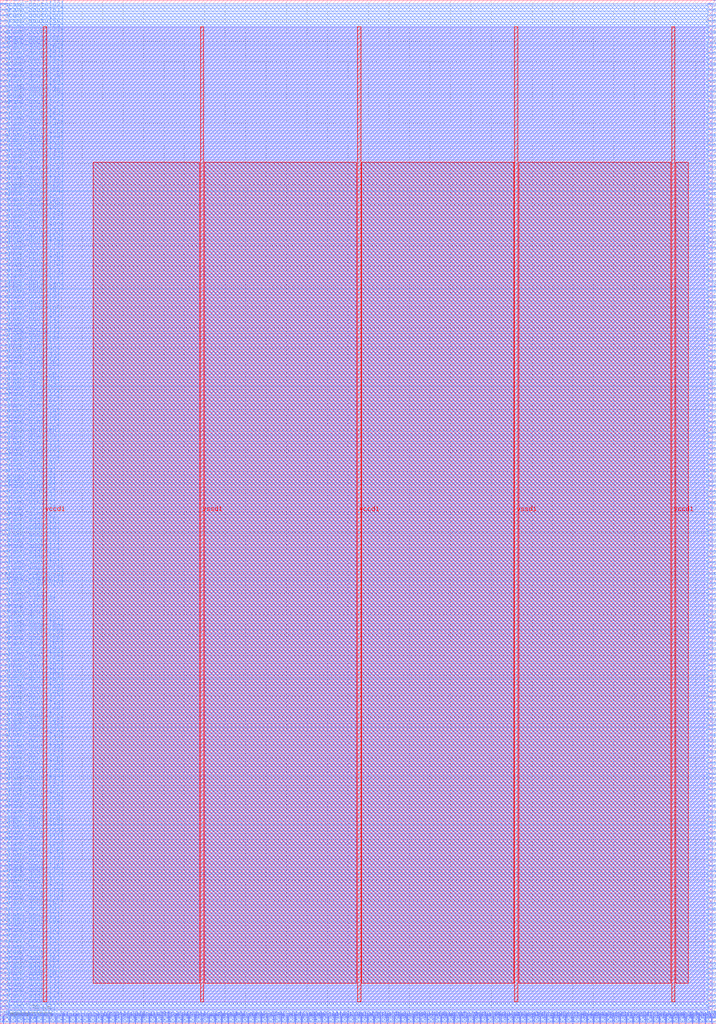
<source format=lef>
VERSION 5.7 ;
  NOWIREEXTENSIONATPIN ON ;
  DIVIDERCHAR "/" ;
  BUSBITCHARS "[]" ;
MACRO Video
  CLASS BLOCK ;
  FOREIGN Video ;
  ORIGIN 0.000 0.000 ;
  SIZE 350.000 BY 500.000 ;
  PIN sram0_addr0[0]
    DIRECTION OUTPUT TRISTATE ;
    USE SIGNAL ;
    PORT
      LAYER met3 ;
        RECT 0.000 222.400 4.000 223.000 ;
    END
  END sram0_addr0[0]
  PIN sram0_addr0[1]
    DIRECTION OUTPUT TRISTATE ;
    USE SIGNAL ;
    PORT
      LAYER met3 ;
        RECT 0.000 225.120 4.000 225.720 ;
    END
  END sram0_addr0[1]
  PIN sram0_addr0[2]
    DIRECTION OUTPUT TRISTATE ;
    USE SIGNAL ;
    PORT
      LAYER met3 ;
        RECT 0.000 227.840 4.000 228.440 ;
    END
  END sram0_addr0[2]
  PIN sram0_addr0[3]
    DIRECTION OUTPUT TRISTATE ;
    USE SIGNAL ;
    PORT
      LAYER met3 ;
        RECT 0.000 230.560 4.000 231.160 ;
    END
  END sram0_addr0[3]
  PIN sram0_addr0[4]
    DIRECTION OUTPUT TRISTATE ;
    USE SIGNAL ;
    PORT
      LAYER met3 ;
        RECT 0.000 233.280 4.000 233.880 ;
    END
  END sram0_addr0[4]
  PIN sram0_addr0[5]
    DIRECTION OUTPUT TRISTATE ;
    USE SIGNAL ;
    PORT
      LAYER met3 ;
        RECT 0.000 236.000 4.000 236.600 ;
    END
  END sram0_addr0[5]
  PIN sram0_addr0[6]
    DIRECTION OUTPUT TRISTATE ;
    USE SIGNAL ;
    PORT
      LAYER met3 ;
        RECT 0.000 238.720 4.000 239.320 ;
    END
  END sram0_addr0[6]
  PIN sram0_addr0[7]
    DIRECTION OUTPUT TRISTATE ;
    USE SIGNAL ;
    PORT
      LAYER met3 ;
        RECT 0.000 240.760 4.000 241.360 ;
    END
  END sram0_addr0[7]
  PIN sram0_addr0[8]
    DIRECTION OUTPUT TRISTATE ;
    USE SIGNAL ;
    PORT
      LAYER met3 ;
        RECT 0.000 243.480 4.000 244.080 ;
    END
  END sram0_addr0[8]
  PIN sram0_addr1[0]
    DIRECTION OUTPUT TRISTATE ;
    USE SIGNAL ;
    PORT
      LAYER met3 ;
        RECT 0.000 8.200 4.000 8.800 ;
    END
  END sram0_addr1[0]
  PIN sram0_addr1[1]
    DIRECTION OUTPUT TRISTATE ;
    USE SIGNAL ;
    PORT
      LAYER met3 ;
        RECT 0.000 10.920 4.000 11.520 ;
    END
  END sram0_addr1[1]
  PIN sram0_addr1[2]
    DIRECTION OUTPUT TRISTATE ;
    USE SIGNAL ;
    PORT
      LAYER met3 ;
        RECT 0.000 13.640 4.000 14.240 ;
    END
  END sram0_addr1[2]
  PIN sram0_addr1[3]
    DIRECTION OUTPUT TRISTATE ;
    USE SIGNAL ;
    PORT
      LAYER met3 ;
        RECT 0.000 16.360 4.000 16.960 ;
    END
  END sram0_addr1[3]
  PIN sram0_addr1[4]
    DIRECTION OUTPUT TRISTATE ;
    USE SIGNAL ;
    PORT
      LAYER met3 ;
        RECT 0.000 19.080 4.000 19.680 ;
    END
  END sram0_addr1[4]
  PIN sram0_addr1[5]
    DIRECTION OUTPUT TRISTATE ;
    USE SIGNAL ;
    PORT
      LAYER met3 ;
        RECT 0.000 21.800 4.000 22.400 ;
    END
  END sram0_addr1[5]
  PIN sram0_addr1[6]
    DIRECTION OUTPUT TRISTATE ;
    USE SIGNAL ;
    PORT
      LAYER met3 ;
        RECT 0.000 24.520 4.000 25.120 ;
    END
  END sram0_addr1[6]
  PIN sram0_addr1[7]
    DIRECTION OUTPUT TRISTATE ;
    USE SIGNAL ;
    PORT
      LAYER met3 ;
        RECT 0.000 26.560 4.000 27.160 ;
    END
  END sram0_addr1[7]
  PIN sram0_addr1[8]
    DIRECTION OUTPUT TRISTATE ;
    USE SIGNAL ;
    PORT
      LAYER met3 ;
        RECT 0.000 29.280 4.000 29.880 ;
    END
  END sram0_addr1[8]
  PIN sram0_clk0
    DIRECTION OUTPUT TRISTATE ;
    USE SIGNAL ;
    PORT
      LAYER met3 ;
        RECT 0.000 201.320 4.000 201.920 ;
    END
  END sram0_clk0
  PIN sram0_clk1
    DIRECTION OUTPUT TRISTATE ;
    USE SIGNAL ;
    PORT
      LAYER met3 ;
        RECT 0.000 0.720 4.000 1.320 ;
    END
  END sram0_clk1
  PIN sram0_csb0[0]
    DIRECTION OUTPUT TRISTATE ;
    USE SIGNAL ;
    PORT
      LAYER met3 ;
        RECT 0.000 204.040 4.000 204.640 ;
    END
  END sram0_csb0[0]
  PIN sram0_csb0[1]
    DIRECTION OUTPUT TRISTATE ;
    USE SIGNAL ;
    PORT
      LAYER met3 ;
        RECT 0.000 206.760 4.000 207.360 ;
    END
  END sram0_csb0[1]
  PIN sram0_csb1[0]
    DIRECTION OUTPUT TRISTATE ;
    USE SIGNAL ;
    PORT
      LAYER met3 ;
        RECT 0.000 2.760 4.000 3.360 ;
    END
  END sram0_csb1[0]
  PIN sram0_csb1[1]
    DIRECTION OUTPUT TRISTATE ;
    USE SIGNAL ;
    PORT
      LAYER met3 ;
        RECT 0.000 5.480 4.000 6.080 ;
    END
  END sram0_csb1[1]
  PIN sram0_din0[0]
    DIRECTION OUTPUT TRISTATE ;
    USE SIGNAL ;
    PORT
      LAYER met3 ;
        RECT 0.000 246.200 4.000 246.800 ;
    END
  END sram0_din0[0]
  PIN sram0_din0[10]
    DIRECTION OUTPUT TRISTATE ;
    USE SIGNAL ;
    PORT
      LAYER met3 ;
        RECT 0.000 272.720 4.000 273.320 ;
    END
  END sram0_din0[10]
  PIN sram0_din0[11]
    DIRECTION OUTPUT TRISTATE ;
    USE SIGNAL ;
    PORT
      LAYER met3 ;
        RECT 0.000 275.440 4.000 276.040 ;
    END
  END sram0_din0[11]
  PIN sram0_din0[12]
    DIRECTION OUTPUT TRISTATE ;
    USE SIGNAL ;
    PORT
      LAYER met3 ;
        RECT 0.000 278.160 4.000 278.760 ;
    END
  END sram0_din0[12]
  PIN sram0_din0[13]
    DIRECTION OUTPUT TRISTATE ;
    USE SIGNAL ;
    PORT
      LAYER met3 ;
        RECT 0.000 280.880 4.000 281.480 ;
    END
  END sram0_din0[13]
  PIN sram0_din0[14]
    DIRECTION OUTPUT TRISTATE ;
    USE SIGNAL ;
    PORT
      LAYER met3 ;
        RECT 0.000 283.600 4.000 284.200 ;
    END
  END sram0_din0[14]
  PIN sram0_din0[15]
    DIRECTION OUTPUT TRISTATE ;
    USE SIGNAL ;
    PORT
      LAYER met3 ;
        RECT 0.000 286.320 4.000 286.920 ;
    END
  END sram0_din0[15]
  PIN sram0_din0[16]
    DIRECTION OUTPUT TRISTATE ;
    USE SIGNAL ;
    PORT
      LAYER met3 ;
        RECT 0.000 288.360 4.000 288.960 ;
    END
  END sram0_din0[16]
  PIN sram0_din0[17]
    DIRECTION OUTPUT TRISTATE ;
    USE SIGNAL ;
    PORT
      LAYER met3 ;
        RECT 0.000 291.080 4.000 291.680 ;
    END
  END sram0_din0[17]
  PIN sram0_din0[18]
    DIRECTION OUTPUT TRISTATE ;
    USE SIGNAL ;
    PORT
      LAYER met3 ;
        RECT 0.000 293.800 4.000 294.400 ;
    END
  END sram0_din0[18]
  PIN sram0_din0[19]
    DIRECTION OUTPUT TRISTATE ;
    USE SIGNAL ;
    PORT
      LAYER met3 ;
        RECT 0.000 296.520 4.000 297.120 ;
    END
  END sram0_din0[19]
  PIN sram0_din0[1]
    DIRECTION OUTPUT TRISTATE ;
    USE SIGNAL ;
    PORT
      LAYER met3 ;
        RECT 0.000 248.920 4.000 249.520 ;
    END
  END sram0_din0[1]
  PIN sram0_din0[20]
    DIRECTION OUTPUT TRISTATE ;
    USE SIGNAL ;
    PORT
      LAYER met3 ;
        RECT 0.000 299.240 4.000 299.840 ;
    END
  END sram0_din0[20]
  PIN sram0_din0[21]
    DIRECTION OUTPUT TRISTATE ;
    USE SIGNAL ;
    PORT
      LAYER met3 ;
        RECT 0.000 301.960 4.000 302.560 ;
    END
  END sram0_din0[21]
  PIN sram0_din0[22]
    DIRECTION OUTPUT TRISTATE ;
    USE SIGNAL ;
    PORT
      LAYER met3 ;
        RECT 0.000 304.680 4.000 305.280 ;
    END
  END sram0_din0[22]
  PIN sram0_din0[23]
    DIRECTION OUTPUT TRISTATE ;
    USE SIGNAL ;
    PORT
      LAYER met3 ;
        RECT 0.000 307.400 4.000 308.000 ;
    END
  END sram0_din0[23]
  PIN sram0_din0[24]
    DIRECTION OUTPUT TRISTATE ;
    USE SIGNAL ;
    PORT
      LAYER met3 ;
        RECT 0.000 310.120 4.000 310.720 ;
    END
  END sram0_din0[24]
  PIN sram0_din0[25]
    DIRECTION OUTPUT TRISTATE ;
    USE SIGNAL ;
    PORT
      LAYER met3 ;
        RECT 0.000 312.160 4.000 312.760 ;
    END
  END sram0_din0[25]
  PIN sram0_din0[26]
    DIRECTION OUTPUT TRISTATE ;
    USE SIGNAL ;
    PORT
      LAYER met3 ;
        RECT 0.000 314.880 4.000 315.480 ;
    END
  END sram0_din0[26]
  PIN sram0_din0[27]
    DIRECTION OUTPUT TRISTATE ;
    USE SIGNAL ;
    PORT
      LAYER met3 ;
        RECT 0.000 317.600 4.000 318.200 ;
    END
  END sram0_din0[27]
  PIN sram0_din0[28]
    DIRECTION OUTPUT TRISTATE ;
    USE SIGNAL ;
    PORT
      LAYER met3 ;
        RECT 0.000 320.320 4.000 320.920 ;
    END
  END sram0_din0[28]
  PIN sram0_din0[29]
    DIRECTION OUTPUT TRISTATE ;
    USE SIGNAL ;
    PORT
      LAYER met3 ;
        RECT 0.000 323.040 4.000 323.640 ;
    END
  END sram0_din0[29]
  PIN sram0_din0[2]
    DIRECTION OUTPUT TRISTATE ;
    USE SIGNAL ;
    PORT
      LAYER met3 ;
        RECT 0.000 251.640 4.000 252.240 ;
    END
  END sram0_din0[2]
  PIN sram0_din0[30]
    DIRECTION OUTPUT TRISTATE ;
    USE SIGNAL ;
    PORT
      LAYER met3 ;
        RECT 0.000 325.760 4.000 326.360 ;
    END
  END sram0_din0[30]
  PIN sram0_din0[31]
    DIRECTION OUTPUT TRISTATE ;
    USE SIGNAL ;
    PORT
      LAYER met3 ;
        RECT 0.000 328.480 4.000 329.080 ;
    END
  END sram0_din0[31]
  PIN sram0_din0[3]
    DIRECTION OUTPUT TRISTATE ;
    USE SIGNAL ;
    PORT
      LAYER met3 ;
        RECT 0.000 254.360 4.000 254.960 ;
    END
  END sram0_din0[3]
  PIN sram0_din0[4]
    DIRECTION OUTPUT TRISTATE ;
    USE SIGNAL ;
    PORT
      LAYER met3 ;
        RECT 0.000 257.080 4.000 257.680 ;
    END
  END sram0_din0[4]
  PIN sram0_din0[5]
    DIRECTION OUTPUT TRISTATE ;
    USE SIGNAL ;
    PORT
      LAYER met3 ;
        RECT 0.000 259.800 4.000 260.400 ;
    END
  END sram0_din0[5]
  PIN sram0_din0[6]
    DIRECTION OUTPUT TRISTATE ;
    USE SIGNAL ;
    PORT
      LAYER met3 ;
        RECT 0.000 262.520 4.000 263.120 ;
    END
  END sram0_din0[6]
  PIN sram0_din0[7]
    DIRECTION OUTPUT TRISTATE ;
    USE SIGNAL ;
    PORT
      LAYER met3 ;
        RECT 0.000 264.560 4.000 265.160 ;
    END
  END sram0_din0[7]
  PIN sram0_din0[8]
    DIRECTION OUTPUT TRISTATE ;
    USE SIGNAL ;
    PORT
      LAYER met3 ;
        RECT 0.000 267.280 4.000 267.880 ;
    END
  END sram0_din0[8]
  PIN sram0_din0[9]
    DIRECTION OUTPUT TRISTATE ;
    USE SIGNAL ;
    PORT
      LAYER met3 ;
        RECT 0.000 270.000 4.000 270.600 ;
    END
  END sram0_din0[9]
  PIN sram0_dout0[0]
    DIRECTION INPUT ;
    USE SIGNAL ;
    PORT
      LAYER met3 ;
        RECT 0.000 331.200 4.000 331.800 ;
    END
  END sram0_dout0[0]
  PIN sram0_dout0[10]
    DIRECTION INPUT ;
    USE SIGNAL ;
    PORT
      LAYER met3 ;
        RECT 0.000 357.720 4.000 358.320 ;
    END
  END sram0_dout0[10]
  PIN sram0_dout0[11]
    DIRECTION INPUT ;
    USE SIGNAL ;
    PORT
      LAYER met3 ;
        RECT 0.000 359.760 4.000 360.360 ;
    END
  END sram0_dout0[11]
  PIN sram0_dout0[12]
    DIRECTION INPUT ;
    USE SIGNAL ;
    PORT
      LAYER met3 ;
        RECT 0.000 362.480 4.000 363.080 ;
    END
  END sram0_dout0[12]
  PIN sram0_dout0[13]
    DIRECTION INPUT ;
    USE SIGNAL ;
    PORT
      LAYER met3 ;
        RECT 0.000 365.200 4.000 365.800 ;
    END
  END sram0_dout0[13]
  PIN sram0_dout0[14]
    DIRECTION INPUT ;
    USE SIGNAL ;
    PORT
      LAYER met3 ;
        RECT 0.000 367.920 4.000 368.520 ;
    END
  END sram0_dout0[14]
  PIN sram0_dout0[15]
    DIRECTION INPUT ;
    USE SIGNAL ;
    PORT
      LAYER met3 ;
        RECT 0.000 370.640 4.000 371.240 ;
    END
  END sram0_dout0[15]
  PIN sram0_dout0[16]
    DIRECTION INPUT ;
    USE SIGNAL ;
    PORT
      LAYER met3 ;
        RECT 0.000 373.360 4.000 373.960 ;
    END
  END sram0_dout0[16]
  PIN sram0_dout0[17]
    DIRECTION INPUT ;
    USE SIGNAL ;
    PORT
      LAYER met3 ;
        RECT 0.000 376.080 4.000 376.680 ;
    END
  END sram0_dout0[17]
  PIN sram0_dout0[18]
    DIRECTION INPUT ;
    USE SIGNAL ;
    PORT
      LAYER met3 ;
        RECT 0.000 378.800 4.000 379.400 ;
    END
  END sram0_dout0[18]
  PIN sram0_dout0[19]
    DIRECTION INPUT ;
    USE SIGNAL ;
    PORT
      LAYER met3 ;
        RECT 0.000 381.520 4.000 382.120 ;
    END
  END sram0_dout0[19]
  PIN sram0_dout0[1]
    DIRECTION INPUT ;
    USE SIGNAL ;
    PORT
      LAYER met3 ;
        RECT 0.000 333.920 4.000 334.520 ;
    END
  END sram0_dout0[1]
  PIN sram0_dout0[20]
    DIRECTION INPUT ;
    USE SIGNAL ;
    PORT
      LAYER met3 ;
        RECT 0.000 383.560 4.000 384.160 ;
    END
  END sram0_dout0[20]
  PIN sram0_dout0[21]
    DIRECTION INPUT ;
    USE SIGNAL ;
    PORT
      LAYER met3 ;
        RECT 0.000 386.280 4.000 386.880 ;
    END
  END sram0_dout0[21]
  PIN sram0_dout0[22]
    DIRECTION INPUT ;
    USE SIGNAL ;
    PORT
      LAYER met3 ;
        RECT 0.000 389.000 4.000 389.600 ;
    END
  END sram0_dout0[22]
  PIN sram0_dout0[23]
    DIRECTION INPUT ;
    USE SIGNAL ;
    PORT
      LAYER met3 ;
        RECT 0.000 391.720 4.000 392.320 ;
    END
  END sram0_dout0[23]
  PIN sram0_dout0[24]
    DIRECTION INPUT ;
    USE SIGNAL ;
    PORT
      LAYER met3 ;
        RECT 0.000 394.440 4.000 395.040 ;
    END
  END sram0_dout0[24]
  PIN sram0_dout0[25]
    DIRECTION INPUT ;
    USE SIGNAL ;
    PORT
      LAYER met3 ;
        RECT 0.000 397.160 4.000 397.760 ;
    END
  END sram0_dout0[25]
  PIN sram0_dout0[26]
    DIRECTION INPUT ;
    USE SIGNAL ;
    PORT
      LAYER met3 ;
        RECT 0.000 399.880 4.000 400.480 ;
    END
  END sram0_dout0[26]
  PIN sram0_dout0[27]
    DIRECTION INPUT ;
    USE SIGNAL ;
    PORT
      LAYER met3 ;
        RECT 0.000 402.600 4.000 403.200 ;
    END
  END sram0_dout0[27]
  PIN sram0_dout0[28]
    DIRECTION INPUT ;
    USE SIGNAL ;
    PORT
      LAYER met3 ;
        RECT 0.000 405.320 4.000 405.920 ;
    END
  END sram0_dout0[28]
  PIN sram0_dout0[29]
    DIRECTION INPUT ;
    USE SIGNAL ;
    PORT
      LAYER met3 ;
        RECT 0.000 407.360 4.000 407.960 ;
    END
  END sram0_dout0[29]
  PIN sram0_dout0[2]
    DIRECTION INPUT ;
    USE SIGNAL ;
    PORT
      LAYER met3 ;
        RECT 0.000 335.960 4.000 336.560 ;
    END
  END sram0_dout0[2]
  PIN sram0_dout0[30]
    DIRECTION INPUT ;
    USE SIGNAL ;
    PORT
      LAYER met3 ;
        RECT 0.000 410.080 4.000 410.680 ;
    END
  END sram0_dout0[30]
  PIN sram0_dout0[31]
    DIRECTION INPUT ;
    USE SIGNAL ;
    PORT
      LAYER met3 ;
        RECT 0.000 412.800 4.000 413.400 ;
    END
  END sram0_dout0[31]
  PIN sram0_dout0[32]
    DIRECTION INPUT ;
    USE SIGNAL ;
    PORT
      LAYER met3 ;
        RECT 0.000 415.520 4.000 416.120 ;
    END
  END sram0_dout0[32]
  PIN sram0_dout0[33]
    DIRECTION INPUT ;
    USE SIGNAL ;
    PORT
      LAYER met3 ;
        RECT 0.000 418.240 4.000 418.840 ;
    END
  END sram0_dout0[33]
  PIN sram0_dout0[34]
    DIRECTION INPUT ;
    USE SIGNAL ;
    PORT
      LAYER met3 ;
        RECT 0.000 420.960 4.000 421.560 ;
    END
  END sram0_dout0[34]
  PIN sram0_dout0[35]
    DIRECTION INPUT ;
    USE SIGNAL ;
    PORT
      LAYER met3 ;
        RECT 0.000 423.680 4.000 424.280 ;
    END
  END sram0_dout0[35]
  PIN sram0_dout0[36]
    DIRECTION INPUT ;
    USE SIGNAL ;
    PORT
      LAYER met3 ;
        RECT 0.000 426.400 4.000 427.000 ;
    END
  END sram0_dout0[36]
  PIN sram0_dout0[37]
    DIRECTION INPUT ;
    USE SIGNAL ;
    PORT
      LAYER met3 ;
        RECT 0.000 429.120 4.000 429.720 ;
    END
  END sram0_dout0[37]
  PIN sram0_dout0[38]
    DIRECTION INPUT ;
    USE SIGNAL ;
    PORT
      LAYER met3 ;
        RECT 0.000 431.160 4.000 431.760 ;
    END
  END sram0_dout0[38]
  PIN sram0_dout0[39]
    DIRECTION INPUT ;
    USE SIGNAL ;
    PORT
      LAYER met3 ;
        RECT 0.000 433.880 4.000 434.480 ;
    END
  END sram0_dout0[39]
  PIN sram0_dout0[3]
    DIRECTION INPUT ;
    USE SIGNAL ;
    PORT
      LAYER met3 ;
        RECT 0.000 338.680 4.000 339.280 ;
    END
  END sram0_dout0[3]
  PIN sram0_dout0[40]
    DIRECTION INPUT ;
    USE SIGNAL ;
    PORT
      LAYER met3 ;
        RECT 0.000 436.600 4.000 437.200 ;
    END
  END sram0_dout0[40]
  PIN sram0_dout0[41]
    DIRECTION INPUT ;
    USE SIGNAL ;
    PORT
      LAYER met3 ;
        RECT 0.000 439.320 4.000 439.920 ;
    END
  END sram0_dout0[41]
  PIN sram0_dout0[42]
    DIRECTION INPUT ;
    USE SIGNAL ;
    PORT
      LAYER met3 ;
        RECT 0.000 442.040 4.000 442.640 ;
    END
  END sram0_dout0[42]
  PIN sram0_dout0[43]
    DIRECTION INPUT ;
    USE SIGNAL ;
    PORT
      LAYER met3 ;
        RECT 0.000 444.760 4.000 445.360 ;
    END
  END sram0_dout0[43]
  PIN sram0_dout0[44]
    DIRECTION INPUT ;
    USE SIGNAL ;
    PORT
      LAYER met3 ;
        RECT 0.000 447.480 4.000 448.080 ;
    END
  END sram0_dout0[44]
  PIN sram0_dout0[45]
    DIRECTION INPUT ;
    USE SIGNAL ;
    PORT
      LAYER met3 ;
        RECT 0.000 450.200 4.000 450.800 ;
    END
  END sram0_dout0[45]
  PIN sram0_dout0[46]
    DIRECTION INPUT ;
    USE SIGNAL ;
    PORT
      LAYER met3 ;
        RECT 0.000 452.920 4.000 453.520 ;
    END
  END sram0_dout0[46]
  PIN sram0_dout0[47]
    DIRECTION INPUT ;
    USE SIGNAL ;
    PORT
      LAYER met3 ;
        RECT 0.000 454.960 4.000 455.560 ;
    END
  END sram0_dout0[47]
  PIN sram0_dout0[48]
    DIRECTION INPUT ;
    USE SIGNAL ;
    PORT
      LAYER met3 ;
        RECT 0.000 457.680 4.000 458.280 ;
    END
  END sram0_dout0[48]
  PIN sram0_dout0[49]
    DIRECTION INPUT ;
    USE SIGNAL ;
    PORT
      LAYER met3 ;
        RECT 0.000 460.400 4.000 461.000 ;
    END
  END sram0_dout0[49]
  PIN sram0_dout0[4]
    DIRECTION INPUT ;
    USE SIGNAL ;
    PORT
      LAYER met3 ;
        RECT 0.000 341.400 4.000 342.000 ;
    END
  END sram0_dout0[4]
  PIN sram0_dout0[50]
    DIRECTION INPUT ;
    USE SIGNAL ;
    PORT
      LAYER met3 ;
        RECT 0.000 463.120 4.000 463.720 ;
    END
  END sram0_dout0[50]
  PIN sram0_dout0[51]
    DIRECTION INPUT ;
    USE SIGNAL ;
    PORT
      LAYER met3 ;
        RECT 0.000 465.840 4.000 466.440 ;
    END
  END sram0_dout0[51]
  PIN sram0_dout0[52]
    DIRECTION INPUT ;
    USE SIGNAL ;
    PORT
      LAYER met3 ;
        RECT 0.000 468.560 4.000 469.160 ;
    END
  END sram0_dout0[52]
  PIN sram0_dout0[53]
    DIRECTION INPUT ;
    USE SIGNAL ;
    PORT
      LAYER met3 ;
        RECT 0.000 471.280 4.000 471.880 ;
    END
  END sram0_dout0[53]
  PIN sram0_dout0[54]
    DIRECTION INPUT ;
    USE SIGNAL ;
    PORT
      LAYER met3 ;
        RECT 0.000 474.000 4.000 474.600 ;
    END
  END sram0_dout0[54]
  PIN sram0_dout0[55]
    DIRECTION INPUT ;
    USE SIGNAL ;
    PORT
      LAYER met3 ;
        RECT 0.000 476.720 4.000 477.320 ;
    END
  END sram0_dout0[55]
  PIN sram0_dout0[56]
    DIRECTION INPUT ;
    USE SIGNAL ;
    PORT
      LAYER met3 ;
        RECT 0.000 478.760 4.000 479.360 ;
    END
  END sram0_dout0[56]
  PIN sram0_dout0[57]
    DIRECTION INPUT ;
    USE SIGNAL ;
    PORT
      LAYER met3 ;
        RECT 0.000 481.480 4.000 482.080 ;
    END
  END sram0_dout0[57]
  PIN sram0_dout0[58]
    DIRECTION INPUT ;
    USE SIGNAL ;
    PORT
      LAYER met3 ;
        RECT 0.000 484.200 4.000 484.800 ;
    END
  END sram0_dout0[58]
  PIN sram0_dout0[59]
    DIRECTION INPUT ;
    USE SIGNAL ;
    PORT
      LAYER met3 ;
        RECT 0.000 486.920 4.000 487.520 ;
    END
  END sram0_dout0[59]
  PIN sram0_dout0[5]
    DIRECTION INPUT ;
    USE SIGNAL ;
    PORT
      LAYER met3 ;
        RECT 0.000 344.120 4.000 344.720 ;
    END
  END sram0_dout0[5]
  PIN sram0_dout0[60]
    DIRECTION INPUT ;
    USE SIGNAL ;
    PORT
      LAYER met3 ;
        RECT 0.000 489.640 4.000 490.240 ;
    END
  END sram0_dout0[60]
  PIN sram0_dout0[61]
    DIRECTION INPUT ;
    USE SIGNAL ;
    PORT
      LAYER met3 ;
        RECT 0.000 492.360 4.000 492.960 ;
    END
  END sram0_dout0[61]
  PIN sram0_dout0[62]
    DIRECTION INPUT ;
    USE SIGNAL ;
    PORT
      LAYER met3 ;
        RECT 0.000 495.080 4.000 495.680 ;
    END
  END sram0_dout0[62]
  PIN sram0_dout0[63]
    DIRECTION INPUT ;
    USE SIGNAL ;
    PORT
      LAYER met3 ;
        RECT 0.000 497.800 4.000 498.400 ;
    END
  END sram0_dout0[63]
  PIN sram0_dout0[6]
    DIRECTION INPUT ;
    USE SIGNAL ;
    PORT
      LAYER met3 ;
        RECT 0.000 346.840 4.000 347.440 ;
    END
  END sram0_dout0[6]
  PIN sram0_dout0[7]
    DIRECTION INPUT ;
    USE SIGNAL ;
    PORT
      LAYER met3 ;
        RECT 0.000 349.560 4.000 350.160 ;
    END
  END sram0_dout0[7]
  PIN sram0_dout0[8]
    DIRECTION INPUT ;
    USE SIGNAL ;
    PORT
      LAYER met3 ;
        RECT 0.000 352.280 4.000 352.880 ;
    END
  END sram0_dout0[8]
  PIN sram0_dout0[9]
    DIRECTION INPUT ;
    USE SIGNAL ;
    PORT
      LAYER met3 ;
        RECT 0.000 355.000 4.000 355.600 ;
    END
  END sram0_dout0[9]
  PIN sram0_dout1[0]
    DIRECTION INPUT ;
    USE SIGNAL ;
    PORT
      LAYER met3 ;
        RECT 0.000 32.000 4.000 32.600 ;
    END
  END sram0_dout1[0]
  PIN sram0_dout1[10]
    DIRECTION INPUT ;
    USE SIGNAL ;
    PORT
      LAYER met3 ;
        RECT 0.000 58.520 4.000 59.120 ;
    END
  END sram0_dout1[10]
  PIN sram0_dout1[11]
    DIRECTION INPUT ;
    USE SIGNAL ;
    PORT
      LAYER met3 ;
        RECT 0.000 61.240 4.000 61.840 ;
    END
  END sram0_dout1[11]
  PIN sram0_dout1[12]
    DIRECTION INPUT ;
    USE SIGNAL ;
    PORT
      LAYER met3 ;
        RECT 0.000 63.960 4.000 64.560 ;
    END
  END sram0_dout1[12]
  PIN sram0_dout1[13]
    DIRECTION INPUT ;
    USE SIGNAL ;
    PORT
      LAYER met3 ;
        RECT 0.000 66.680 4.000 67.280 ;
    END
  END sram0_dout1[13]
  PIN sram0_dout1[14]
    DIRECTION INPUT ;
    USE SIGNAL ;
    PORT
      LAYER met3 ;
        RECT 0.000 69.400 4.000 70.000 ;
    END
  END sram0_dout1[14]
  PIN sram0_dout1[15]
    DIRECTION INPUT ;
    USE SIGNAL ;
    PORT
      LAYER met3 ;
        RECT 0.000 72.120 4.000 72.720 ;
    END
  END sram0_dout1[15]
  PIN sram0_dout1[16]
    DIRECTION INPUT ;
    USE SIGNAL ;
    PORT
      LAYER met3 ;
        RECT 0.000 74.160 4.000 74.760 ;
    END
  END sram0_dout1[16]
  PIN sram0_dout1[17]
    DIRECTION INPUT ;
    USE SIGNAL ;
    PORT
      LAYER met3 ;
        RECT 0.000 76.880 4.000 77.480 ;
    END
  END sram0_dout1[17]
  PIN sram0_dout1[18]
    DIRECTION INPUT ;
    USE SIGNAL ;
    PORT
      LAYER met3 ;
        RECT 0.000 79.600 4.000 80.200 ;
    END
  END sram0_dout1[18]
  PIN sram0_dout1[19]
    DIRECTION INPUT ;
    USE SIGNAL ;
    PORT
      LAYER met3 ;
        RECT 0.000 82.320 4.000 82.920 ;
    END
  END sram0_dout1[19]
  PIN sram0_dout1[1]
    DIRECTION INPUT ;
    USE SIGNAL ;
    PORT
      LAYER met3 ;
        RECT 0.000 34.720 4.000 35.320 ;
    END
  END sram0_dout1[1]
  PIN sram0_dout1[20]
    DIRECTION INPUT ;
    USE SIGNAL ;
    PORT
      LAYER met3 ;
        RECT 0.000 85.040 4.000 85.640 ;
    END
  END sram0_dout1[20]
  PIN sram0_dout1[21]
    DIRECTION INPUT ;
    USE SIGNAL ;
    PORT
      LAYER met3 ;
        RECT 0.000 87.760 4.000 88.360 ;
    END
  END sram0_dout1[21]
  PIN sram0_dout1[22]
    DIRECTION INPUT ;
    USE SIGNAL ;
    PORT
      LAYER met3 ;
        RECT 0.000 90.480 4.000 91.080 ;
    END
  END sram0_dout1[22]
  PIN sram0_dout1[23]
    DIRECTION INPUT ;
    USE SIGNAL ;
    PORT
      LAYER met3 ;
        RECT 0.000 93.200 4.000 93.800 ;
    END
  END sram0_dout1[23]
  PIN sram0_dout1[24]
    DIRECTION INPUT ;
    USE SIGNAL ;
    PORT
      LAYER met3 ;
        RECT 0.000 95.920 4.000 96.520 ;
    END
  END sram0_dout1[24]
  PIN sram0_dout1[25]
    DIRECTION INPUT ;
    USE SIGNAL ;
    PORT
      LAYER met3 ;
        RECT 0.000 97.960 4.000 98.560 ;
    END
  END sram0_dout1[25]
  PIN sram0_dout1[26]
    DIRECTION INPUT ;
    USE SIGNAL ;
    PORT
      LAYER met3 ;
        RECT 0.000 100.680 4.000 101.280 ;
    END
  END sram0_dout1[26]
  PIN sram0_dout1[27]
    DIRECTION INPUT ;
    USE SIGNAL ;
    PORT
      LAYER met3 ;
        RECT 0.000 103.400 4.000 104.000 ;
    END
  END sram0_dout1[27]
  PIN sram0_dout1[28]
    DIRECTION INPUT ;
    USE SIGNAL ;
    PORT
      LAYER met3 ;
        RECT 0.000 106.120 4.000 106.720 ;
    END
  END sram0_dout1[28]
  PIN sram0_dout1[29]
    DIRECTION INPUT ;
    USE SIGNAL ;
    PORT
      LAYER met3 ;
        RECT 0.000 108.840 4.000 109.440 ;
    END
  END sram0_dout1[29]
  PIN sram0_dout1[2]
    DIRECTION INPUT ;
    USE SIGNAL ;
    PORT
      LAYER met3 ;
        RECT 0.000 37.440 4.000 38.040 ;
    END
  END sram0_dout1[2]
  PIN sram0_dout1[30]
    DIRECTION INPUT ;
    USE SIGNAL ;
    PORT
      LAYER met3 ;
        RECT 0.000 111.560 4.000 112.160 ;
    END
  END sram0_dout1[30]
  PIN sram0_dout1[31]
    DIRECTION INPUT ;
    USE SIGNAL ;
    PORT
      LAYER met3 ;
        RECT 0.000 114.280 4.000 114.880 ;
    END
  END sram0_dout1[31]
  PIN sram0_dout1[32]
    DIRECTION INPUT ;
    USE SIGNAL ;
    PORT
      LAYER met3 ;
        RECT 0.000 117.000 4.000 117.600 ;
    END
  END sram0_dout1[32]
  PIN sram0_dout1[33]
    DIRECTION INPUT ;
    USE SIGNAL ;
    PORT
      LAYER met3 ;
        RECT 0.000 119.720 4.000 120.320 ;
    END
  END sram0_dout1[33]
  PIN sram0_dout1[34]
    DIRECTION INPUT ;
    USE SIGNAL ;
    PORT
      LAYER met3 ;
        RECT 0.000 121.760 4.000 122.360 ;
    END
  END sram0_dout1[34]
  PIN sram0_dout1[35]
    DIRECTION INPUT ;
    USE SIGNAL ;
    PORT
      LAYER met3 ;
        RECT 0.000 124.480 4.000 125.080 ;
    END
  END sram0_dout1[35]
  PIN sram0_dout1[36]
    DIRECTION INPUT ;
    USE SIGNAL ;
    PORT
      LAYER met3 ;
        RECT 0.000 127.200 4.000 127.800 ;
    END
  END sram0_dout1[36]
  PIN sram0_dout1[37]
    DIRECTION INPUT ;
    USE SIGNAL ;
    PORT
      LAYER met3 ;
        RECT 0.000 129.920 4.000 130.520 ;
    END
  END sram0_dout1[37]
  PIN sram0_dout1[38]
    DIRECTION INPUT ;
    USE SIGNAL ;
    PORT
      LAYER met3 ;
        RECT 0.000 132.640 4.000 133.240 ;
    END
  END sram0_dout1[38]
  PIN sram0_dout1[39]
    DIRECTION INPUT ;
    USE SIGNAL ;
    PORT
      LAYER met3 ;
        RECT 0.000 135.360 4.000 135.960 ;
    END
  END sram0_dout1[39]
  PIN sram0_dout1[3]
    DIRECTION INPUT ;
    USE SIGNAL ;
    PORT
      LAYER met3 ;
        RECT 0.000 40.160 4.000 40.760 ;
    END
  END sram0_dout1[3]
  PIN sram0_dout1[40]
    DIRECTION INPUT ;
    USE SIGNAL ;
    PORT
      LAYER met3 ;
        RECT 0.000 138.080 4.000 138.680 ;
    END
  END sram0_dout1[40]
  PIN sram0_dout1[41]
    DIRECTION INPUT ;
    USE SIGNAL ;
    PORT
      LAYER met3 ;
        RECT 0.000 140.800 4.000 141.400 ;
    END
  END sram0_dout1[41]
  PIN sram0_dout1[42]
    DIRECTION INPUT ;
    USE SIGNAL ;
    PORT
      LAYER met3 ;
        RECT 0.000 143.520 4.000 144.120 ;
    END
  END sram0_dout1[42]
  PIN sram0_dout1[43]
    DIRECTION INPUT ;
    USE SIGNAL ;
    PORT
      LAYER met3 ;
        RECT 0.000 145.560 4.000 146.160 ;
    END
  END sram0_dout1[43]
  PIN sram0_dout1[44]
    DIRECTION INPUT ;
    USE SIGNAL ;
    PORT
      LAYER met3 ;
        RECT 0.000 148.280 4.000 148.880 ;
    END
  END sram0_dout1[44]
  PIN sram0_dout1[45]
    DIRECTION INPUT ;
    USE SIGNAL ;
    PORT
      LAYER met3 ;
        RECT 0.000 151.000 4.000 151.600 ;
    END
  END sram0_dout1[45]
  PIN sram0_dout1[46]
    DIRECTION INPUT ;
    USE SIGNAL ;
    PORT
      LAYER met3 ;
        RECT 0.000 153.720 4.000 154.320 ;
    END
  END sram0_dout1[46]
  PIN sram0_dout1[47]
    DIRECTION INPUT ;
    USE SIGNAL ;
    PORT
      LAYER met3 ;
        RECT 0.000 156.440 4.000 157.040 ;
    END
  END sram0_dout1[47]
  PIN sram0_dout1[48]
    DIRECTION INPUT ;
    USE SIGNAL ;
    PORT
      LAYER met3 ;
        RECT 0.000 159.160 4.000 159.760 ;
    END
  END sram0_dout1[48]
  PIN sram0_dout1[49]
    DIRECTION INPUT ;
    USE SIGNAL ;
    PORT
      LAYER met3 ;
        RECT 0.000 161.880 4.000 162.480 ;
    END
  END sram0_dout1[49]
  PIN sram0_dout1[4]
    DIRECTION INPUT ;
    USE SIGNAL ;
    PORT
      LAYER met3 ;
        RECT 0.000 42.880 4.000 43.480 ;
    END
  END sram0_dout1[4]
  PIN sram0_dout1[50]
    DIRECTION INPUT ;
    USE SIGNAL ;
    PORT
      LAYER met3 ;
        RECT 0.000 164.600 4.000 165.200 ;
    END
  END sram0_dout1[50]
  PIN sram0_dout1[51]
    DIRECTION INPUT ;
    USE SIGNAL ;
    PORT
      LAYER met3 ;
        RECT 0.000 167.320 4.000 167.920 ;
    END
  END sram0_dout1[51]
  PIN sram0_dout1[52]
    DIRECTION INPUT ;
    USE SIGNAL ;
    PORT
      LAYER met3 ;
        RECT 0.000 169.360 4.000 169.960 ;
    END
  END sram0_dout1[52]
  PIN sram0_dout1[53]
    DIRECTION INPUT ;
    USE SIGNAL ;
    PORT
      LAYER met3 ;
        RECT 0.000 172.080 4.000 172.680 ;
    END
  END sram0_dout1[53]
  PIN sram0_dout1[54]
    DIRECTION INPUT ;
    USE SIGNAL ;
    PORT
      LAYER met3 ;
        RECT 0.000 174.800 4.000 175.400 ;
    END
  END sram0_dout1[54]
  PIN sram0_dout1[55]
    DIRECTION INPUT ;
    USE SIGNAL ;
    PORT
      LAYER met3 ;
        RECT 0.000 177.520 4.000 178.120 ;
    END
  END sram0_dout1[55]
  PIN sram0_dout1[56]
    DIRECTION INPUT ;
    USE SIGNAL ;
    PORT
      LAYER met3 ;
        RECT 0.000 180.240 4.000 180.840 ;
    END
  END sram0_dout1[56]
  PIN sram0_dout1[57]
    DIRECTION INPUT ;
    USE SIGNAL ;
    PORT
      LAYER met3 ;
        RECT 0.000 182.960 4.000 183.560 ;
    END
  END sram0_dout1[57]
  PIN sram0_dout1[58]
    DIRECTION INPUT ;
    USE SIGNAL ;
    PORT
      LAYER met3 ;
        RECT 0.000 185.680 4.000 186.280 ;
    END
  END sram0_dout1[58]
  PIN sram0_dout1[59]
    DIRECTION INPUT ;
    USE SIGNAL ;
    PORT
      LAYER met3 ;
        RECT 0.000 188.400 4.000 189.000 ;
    END
  END sram0_dout1[59]
  PIN sram0_dout1[5]
    DIRECTION INPUT ;
    USE SIGNAL ;
    PORT
      LAYER met3 ;
        RECT 0.000 45.600 4.000 46.200 ;
    END
  END sram0_dout1[5]
  PIN sram0_dout1[60]
    DIRECTION INPUT ;
    USE SIGNAL ;
    PORT
      LAYER met3 ;
        RECT 0.000 191.120 4.000 191.720 ;
    END
  END sram0_dout1[60]
  PIN sram0_dout1[61]
    DIRECTION INPUT ;
    USE SIGNAL ;
    PORT
      LAYER met3 ;
        RECT 0.000 193.160 4.000 193.760 ;
    END
  END sram0_dout1[61]
  PIN sram0_dout1[62]
    DIRECTION INPUT ;
    USE SIGNAL ;
    PORT
      LAYER met3 ;
        RECT 0.000 195.880 4.000 196.480 ;
    END
  END sram0_dout1[62]
  PIN sram0_dout1[63]
    DIRECTION INPUT ;
    USE SIGNAL ;
    PORT
      LAYER met3 ;
        RECT 0.000 198.600 4.000 199.200 ;
    END
  END sram0_dout1[63]
  PIN sram0_dout1[6]
    DIRECTION INPUT ;
    USE SIGNAL ;
    PORT
      LAYER met3 ;
        RECT 0.000 48.320 4.000 48.920 ;
    END
  END sram0_dout1[6]
  PIN sram0_dout1[7]
    DIRECTION INPUT ;
    USE SIGNAL ;
    PORT
      LAYER met3 ;
        RECT 0.000 50.360 4.000 50.960 ;
    END
  END sram0_dout1[7]
  PIN sram0_dout1[8]
    DIRECTION INPUT ;
    USE SIGNAL ;
    PORT
      LAYER met3 ;
        RECT 0.000 53.080 4.000 53.680 ;
    END
  END sram0_dout1[8]
  PIN sram0_dout1[9]
    DIRECTION INPUT ;
    USE SIGNAL ;
    PORT
      LAYER met3 ;
        RECT 0.000 55.800 4.000 56.400 ;
    END
  END sram0_dout1[9]
  PIN sram0_web0
    DIRECTION OUTPUT TRISTATE ;
    USE SIGNAL ;
    PORT
      LAYER met3 ;
        RECT 0.000 209.480 4.000 210.080 ;
    END
  END sram0_web0
  PIN sram0_wmask0[0]
    DIRECTION OUTPUT TRISTATE ;
    USE SIGNAL ;
    PORT
      LAYER met3 ;
        RECT 0.000 212.200 4.000 212.800 ;
    END
  END sram0_wmask0[0]
  PIN sram0_wmask0[1]
    DIRECTION OUTPUT TRISTATE ;
    USE SIGNAL ;
    PORT
      LAYER met3 ;
        RECT 0.000 214.920 4.000 215.520 ;
    END
  END sram0_wmask0[1]
  PIN sram0_wmask0[2]
    DIRECTION OUTPUT TRISTATE ;
    USE SIGNAL ;
    PORT
      LAYER met3 ;
        RECT 0.000 216.960 4.000 217.560 ;
    END
  END sram0_wmask0[2]
  PIN sram0_wmask0[3]
    DIRECTION OUTPUT TRISTATE ;
    USE SIGNAL ;
    PORT
      LAYER met3 ;
        RECT 0.000 219.680 4.000 220.280 ;
    END
  END sram0_wmask0[3]
  PIN sram1_addr0[0]
    DIRECTION OUTPUT TRISTATE ;
    USE SIGNAL ;
    PORT
      LAYER met3 ;
        RECT 346.000 222.400 350.000 223.000 ;
    END
  END sram1_addr0[0]
  PIN sram1_addr0[1]
    DIRECTION OUTPUT TRISTATE ;
    USE SIGNAL ;
    PORT
      LAYER met3 ;
        RECT 346.000 225.120 350.000 225.720 ;
    END
  END sram1_addr0[1]
  PIN sram1_addr0[2]
    DIRECTION OUTPUT TRISTATE ;
    USE SIGNAL ;
    PORT
      LAYER met3 ;
        RECT 346.000 227.840 350.000 228.440 ;
    END
  END sram1_addr0[2]
  PIN sram1_addr0[3]
    DIRECTION OUTPUT TRISTATE ;
    USE SIGNAL ;
    PORT
      LAYER met3 ;
        RECT 346.000 230.560 350.000 231.160 ;
    END
  END sram1_addr0[3]
  PIN sram1_addr0[4]
    DIRECTION OUTPUT TRISTATE ;
    USE SIGNAL ;
    PORT
      LAYER met3 ;
        RECT 346.000 233.280 350.000 233.880 ;
    END
  END sram1_addr0[4]
  PIN sram1_addr0[5]
    DIRECTION OUTPUT TRISTATE ;
    USE SIGNAL ;
    PORT
      LAYER met3 ;
        RECT 346.000 236.000 350.000 236.600 ;
    END
  END sram1_addr0[5]
  PIN sram1_addr0[6]
    DIRECTION OUTPUT TRISTATE ;
    USE SIGNAL ;
    PORT
      LAYER met3 ;
        RECT 346.000 238.720 350.000 239.320 ;
    END
  END sram1_addr0[6]
  PIN sram1_addr0[7]
    DIRECTION OUTPUT TRISTATE ;
    USE SIGNAL ;
    PORT
      LAYER met3 ;
        RECT 346.000 240.760 350.000 241.360 ;
    END
  END sram1_addr0[7]
  PIN sram1_addr0[8]
    DIRECTION OUTPUT TRISTATE ;
    USE SIGNAL ;
    PORT
      LAYER met3 ;
        RECT 346.000 243.480 350.000 244.080 ;
    END
  END sram1_addr0[8]
  PIN sram1_addr1[0]
    DIRECTION OUTPUT TRISTATE ;
    USE SIGNAL ;
    PORT
      LAYER met3 ;
        RECT 346.000 8.200 350.000 8.800 ;
    END
  END sram1_addr1[0]
  PIN sram1_addr1[1]
    DIRECTION OUTPUT TRISTATE ;
    USE SIGNAL ;
    PORT
      LAYER met3 ;
        RECT 346.000 10.920 350.000 11.520 ;
    END
  END sram1_addr1[1]
  PIN sram1_addr1[2]
    DIRECTION OUTPUT TRISTATE ;
    USE SIGNAL ;
    PORT
      LAYER met3 ;
        RECT 346.000 13.640 350.000 14.240 ;
    END
  END sram1_addr1[2]
  PIN sram1_addr1[3]
    DIRECTION OUTPUT TRISTATE ;
    USE SIGNAL ;
    PORT
      LAYER met3 ;
        RECT 346.000 16.360 350.000 16.960 ;
    END
  END sram1_addr1[3]
  PIN sram1_addr1[4]
    DIRECTION OUTPUT TRISTATE ;
    USE SIGNAL ;
    PORT
      LAYER met3 ;
        RECT 346.000 19.080 350.000 19.680 ;
    END
  END sram1_addr1[4]
  PIN sram1_addr1[5]
    DIRECTION OUTPUT TRISTATE ;
    USE SIGNAL ;
    PORT
      LAYER met3 ;
        RECT 346.000 21.800 350.000 22.400 ;
    END
  END sram1_addr1[5]
  PIN sram1_addr1[6]
    DIRECTION OUTPUT TRISTATE ;
    USE SIGNAL ;
    PORT
      LAYER met3 ;
        RECT 346.000 24.520 350.000 25.120 ;
    END
  END sram1_addr1[6]
  PIN sram1_addr1[7]
    DIRECTION OUTPUT TRISTATE ;
    USE SIGNAL ;
    PORT
      LAYER met3 ;
        RECT 346.000 26.560 350.000 27.160 ;
    END
  END sram1_addr1[7]
  PIN sram1_addr1[8]
    DIRECTION OUTPUT TRISTATE ;
    USE SIGNAL ;
    PORT
      LAYER met3 ;
        RECT 346.000 29.280 350.000 29.880 ;
    END
  END sram1_addr1[8]
  PIN sram1_clk0
    DIRECTION OUTPUT TRISTATE ;
    USE SIGNAL ;
    PORT
      LAYER met3 ;
        RECT 346.000 201.320 350.000 201.920 ;
    END
  END sram1_clk0
  PIN sram1_clk1
    DIRECTION OUTPUT TRISTATE ;
    USE SIGNAL ;
    PORT
      LAYER met3 ;
        RECT 346.000 0.720 350.000 1.320 ;
    END
  END sram1_clk1
  PIN sram1_csb0[0]
    DIRECTION OUTPUT TRISTATE ;
    USE SIGNAL ;
    PORT
      LAYER met3 ;
        RECT 346.000 204.040 350.000 204.640 ;
    END
  END sram1_csb0[0]
  PIN sram1_csb0[1]
    DIRECTION OUTPUT TRISTATE ;
    USE SIGNAL ;
    PORT
      LAYER met3 ;
        RECT 346.000 206.760 350.000 207.360 ;
    END
  END sram1_csb0[1]
  PIN sram1_csb1[0]
    DIRECTION OUTPUT TRISTATE ;
    USE SIGNAL ;
    PORT
      LAYER met3 ;
        RECT 346.000 2.760 350.000 3.360 ;
    END
  END sram1_csb1[0]
  PIN sram1_csb1[1]
    DIRECTION OUTPUT TRISTATE ;
    USE SIGNAL ;
    PORT
      LAYER met3 ;
        RECT 346.000 5.480 350.000 6.080 ;
    END
  END sram1_csb1[1]
  PIN sram1_din0[0]
    DIRECTION OUTPUT TRISTATE ;
    USE SIGNAL ;
    PORT
      LAYER met3 ;
        RECT 346.000 246.200 350.000 246.800 ;
    END
  END sram1_din0[0]
  PIN sram1_din0[10]
    DIRECTION OUTPUT TRISTATE ;
    USE SIGNAL ;
    PORT
      LAYER met3 ;
        RECT 346.000 272.720 350.000 273.320 ;
    END
  END sram1_din0[10]
  PIN sram1_din0[11]
    DIRECTION OUTPUT TRISTATE ;
    USE SIGNAL ;
    PORT
      LAYER met3 ;
        RECT 346.000 275.440 350.000 276.040 ;
    END
  END sram1_din0[11]
  PIN sram1_din0[12]
    DIRECTION OUTPUT TRISTATE ;
    USE SIGNAL ;
    PORT
      LAYER met3 ;
        RECT 346.000 278.160 350.000 278.760 ;
    END
  END sram1_din0[12]
  PIN sram1_din0[13]
    DIRECTION OUTPUT TRISTATE ;
    USE SIGNAL ;
    PORT
      LAYER met3 ;
        RECT 346.000 280.880 350.000 281.480 ;
    END
  END sram1_din0[13]
  PIN sram1_din0[14]
    DIRECTION OUTPUT TRISTATE ;
    USE SIGNAL ;
    PORT
      LAYER met3 ;
        RECT 346.000 283.600 350.000 284.200 ;
    END
  END sram1_din0[14]
  PIN sram1_din0[15]
    DIRECTION OUTPUT TRISTATE ;
    USE SIGNAL ;
    PORT
      LAYER met3 ;
        RECT 346.000 286.320 350.000 286.920 ;
    END
  END sram1_din0[15]
  PIN sram1_din0[16]
    DIRECTION OUTPUT TRISTATE ;
    USE SIGNAL ;
    PORT
      LAYER met3 ;
        RECT 346.000 288.360 350.000 288.960 ;
    END
  END sram1_din0[16]
  PIN sram1_din0[17]
    DIRECTION OUTPUT TRISTATE ;
    USE SIGNAL ;
    PORT
      LAYER met3 ;
        RECT 346.000 291.080 350.000 291.680 ;
    END
  END sram1_din0[17]
  PIN sram1_din0[18]
    DIRECTION OUTPUT TRISTATE ;
    USE SIGNAL ;
    PORT
      LAYER met3 ;
        RECT 346.000 293.800 350.000 294.400 ;
    END
  END sram1_din0[18]
  PIN sram1_din0[19]
    DIRECTION OUTPUT TRISTATE ;
    USE SIGNAL ;
    PORT
      LAYER met3 ;
        RECT 346.000 296.520 350.000 297.120 ;
    END
  END sram1_din0[19]
  PIN sram1_din0[1]
    DIRECTION OUTPUT TRISTATE ;
    USE SIGNAL ;
    PORT
      LAYER met3 ;
        RECT 346.000 248.920 350.000 249.520 ;
    END
  END sram1_din0[1]
  PIN sram1_din0[20]
    DIRECTION OUTPUT TRISTATE ;
    USE SIGNAL ;
    PORT
      LAYER met3 ;
        RECT 346.000 299.240 350.000 299.840 ;
    END
  END sram1_din0[20]
  PIN sram1_din0[21]
    DIRECTION OUTPUT TRISTATE ;
    USE SIGNAL ;
    PORT
      LAYER met3 ;
        RECT 346.000 301.960 350.000 302.560 ;
    END
  END sram1_din0[21]
  PIN sram1_din0[22]
    DIRECTION OUTPUT TRISTATE ;
    USE SIGNAL ;
    PORT
      LAYER met3 ;
        RECT 346.000 304.680 350.000 305.280 ;
    END
  END sram1_din0[22]
  PIN sram1_din0[23]
    DIRECTION OUTPUT TRISTATE ;
    USE SIGNAL ;
    PORT
      LAYER met3 ;
        RECT 346.000 307.400 350.000 308.000 ;
    END
  END sram1_din0[23]
  PIN sram1_din0[24]
    DIRECTION OUTPUT TRISTATE ;
    USE SIGNAL ;
    PORT
      LAYER met3 ;
        RECT 346.000 310.120 350.000 310.720 ;
    END
  END sram1_din0[24]
  PIN sram1_din0[25]
    DIRECTION OUTPUT TRISTATE ;
    USE SIGNAL ;
    PORT
      LAYER met3 ;
        RECT 346.000 312.160 350.000 312.760 ;
    END
  END sram1_din0[25]
  PIN sram1_din0[26]
    DIRECTION OUTPUT TRISTATE ;
    USE SIGNAL ;
    PORT
      LAYER met3 ;
        RECT 346.000 314.880 350.000 315.480 ;
    END
  END sram1_din0[26]
  PIN sram1_din0[27]
    DIRECTION OUTPUT TRISTATE ;
    USE SIGNAL ;
    PORT
      LAYER met3 ;
        RECT 346.000 317.600 350.000 318.200 ;
    END
  END sram1_din0[27]
  PIN sram1_din0[28]
    DIRECTION OUTPUT TRISTATE ;
    USE SIGNAL ;
    PORT
      LAYER met3 ;
        RECT 346.000 320.320 350.000 320.920 ;
    END
  END sram1_din0[28]
  PIN sram1_din0[29]
    DIRECTION OUTPUT TRISTATE ;
    USE SIGNAL ;
    PORT
      LAYER met3 ;
        RECT 346.000 323.040 350.000 323.640 ;
    END
  END sram1_din0[29]
  PIN sram1_din0[2]
    DIRECTION OUTPUT TRISTATE ;
    USE SIGNAL ;
    PORT
      LAYER met3 ;
        RECT 346.000 251.640 350.000 252.240 ;
    END
  END sram1_din0[2]
  PIN sram1_din0[30]
    DIRECTION OUTPUT TRISTATE ;
    USE SIGNAL ;
    PORT
      LAYER met3 ;
        RECT 346.000 325.760 350.000 326.360 ;
    END
  END sram1_din0[30]
  PIN sram1_din0[31]
    DIRECTION OUTPUT TRISTATE ;
    USE SIGNAL ;
    PORT
      LAYER met3 ;
        RECT 346.000 328.480 350.000 329.080 ;
    END
  END sram1_din0[31]
  PIN sram1_din0[3]
    DIRECTION OUTPUT TRISTATE ;
    USE SIGNAL ;
    PORT
      LAYER met3 ;
        RECT 346.000 254.360 350.000 254.960 ;
    END
  END sram1_din0[3]
  PIN sram1_din0[4]
    DIRECTION OUTPUT TRISTATE ;
    USE SIGNAL ;
    PORT
      LAYER met3 ;
        RECT 346.000 257.080 350.000 257.680 ;
    END
  END sram1_din0[4]
  PIN sram1_din0[5]
    DIRECTION OUTPUT TRISTATE ;
    USE SIGNAL ;
    PORT
      LAYER met3 ;
        RECT 346.000 259.800 350.000 260.400 ;
    END
  END sram1_din0[5]
  PIN sram1_din0[6]
    DIRECTION OUTPUT TRISTATE ;
    USE SIGNAL ;
    PORT
      LAYER met3 ;
        RECT 346.000 262.520 350.000 263.120 ;
    END
  END sram1_din0[6]
  PIN sram1_din0[7]
    DIRECTION OUTPUT TRISTATE ;
    USE SIGNAL ;
    PORT
      LAYER met3 ;
        RECT 346.000 264.560 350.000 265.160 ;
    END
  END sram1_din0[7]
  PIN sram1_din0[8]
    DIRECTION OUTPUT TRISTATE ;
    USE SIGNAL ;
    PORT
      LAYER met3 ;
        RECT 346.000 267.280 350.000 267.880 ;
    END
  END sram1_din0[8]
  PIN sram1_din0[9]
    DIRECTION OUTPUT TRISTATE ;
    USE SIGNAL ;
    PORT
      LAYER met3 ;
        RECT 346.000 270.000 350.000 270.600 ;
    END
  END sram1_din0[9]
  PIN sram1_dout0[0]
    DIRECTION INPUT ;
    USE SIGNAL ;
    PORT
      LAYER met3 ;
        RECT 346.000 331.200 350.000 331.800 ;
    END
  END sram1_dout0[0]
  PIN sram1_dout0[10]
    DIRECTION INPUT ;
    USE SIGNAL ;
    PORT
      LAYER met3 ;
        RECT 346.000 357.720 350.000 358.320 ;
    END
  END sram1_dout0[10]
  PIN sram1_dout0[11]
    DIRECTION INPUT ;
    USE SIGNAL ;
    PORT
      LAYER met3 ;
        RECT 346.000 359.760 350.000 360.360 ;
    END
  END sram1_dout0[11]
  PIN sram1_dout0[12]
    DIRECTION INPUT ;
    USE SIGNAL ;
    PORT
      LAYER met3 ;
        RECT 346.000 362.480 350.000 363.080 ;
    END
  END sram1_dout0[12]
  PIN sram1_dout0[13]
    DIRECTION INPUT ;
    USE SIGNAL ;
    PORT
      LAYER met3 ;
        RECT 346.000 365.200 350.000 365.800 ;
    END
  END sram1_dout0[13]
  PIN sram1_dout0[14]
    DIRECTION INPUT ;
    USE SIGNAL ;
    PORT
      LAYER met3 ;
        RECT 346.000 367.920 350.000 368.520 ;
    END
  END sram1_dout0[14]
  PIN sram1_dout0[15]
    DIRECTION INPUT ;
    USE SIGNAL ;
    PORT
      LAYER met3 ;
        RECT 346.000 370.640 350.000 371.240 ;
    END
  END sram1_dout0[15]
  PIN sram1_dout0[16]
    DIRECTION INPUT ;
    USE SIGNAL ;
    PORT
      LAYER met3 ;
        RECT 346.000 373.360 350.000 373.960 ;
    END
  END sram1_dout0[16]
  PIN sram1_dout0[17]
    DIRECTION INPUT ;
    USE SIGNAL ;
    PORT
      LAYER met3 ;
        RECT 346.000 376.080 350.000 376.680 ;
    END
  END sram1_dout0[17]
  PIN sram1_dout0[18]
    DIRECTION INPUT ;
    USE SIGNAL ;
    PORT
      LAYER met3 ;
        RECT 346.000 378.800 350.000 379.400 ;
    END
  END sram1_dout0[18]
  PIN sram1_dout0[19]
    DIRECTION INPUT ;
    USE SIGNAL ;
    PORT
      LAYER met3 ;
        RECT 346.000 381.520 350.000 382.120 ;
    END
  END sram1_dout0[19]
  PIN sram1_dout0[1]
    DIRECTION INPUT ;
    USE SIGNAL ;
    PORT
      LAYER met3 ;
        RECT 346.000 333.920 350.000 334.520 ;
    END
  END sram1_dout0[1]
  PIN sram1_dout0[20]
    DIRECTION INPUT ;
    USE SIGNAL ;
    PORT
      LAYER met3 ;
        RECT 346.000 383.560 350.000 384.160 ;
    END
  END sram1_dout0[20]
  PIN sram1_dout0[21]
    DIRECTION INPUT ;
    USE SIGNAL ;
    PORT
      LAYER met3 ;
        RECT 346.000 386.280 350.000 386.880 ;
    END
  END sram1_dout0[21]
  PIN sram1_dout0[22]
    DIRECTION INPUT ;
    USE SIGNAL ;
    PORT
      LAYER met3 ;
        RECT 346.000 389.000 350.000 389.600 ;
    END
  END sram1_dout0[22]
  PIN sram1_dout0[23]
    DIRECTION INPUT ;
    USE SIGNAL ;
    PORT
      LAYER met3 ;
        RECT 346.000 391.720 350.000 392.320 ;
    END
  END sram1_dout0[23]
  PIN sram1_dout0[24]
    DIRECTION INPUT ;
    USE SIGNAL ;
    PORT
      LAYER met3 ;
        RECT 346.000 394.440 350.000 395.040 ;
    END
  END sram1_dout0[24]
  PIN sram1_dout0[25]
    DIRECTION INPUT ;
    USE SIGNAL ;
    PORT
      LAYER met3 ;
        RECT 346.000 397.160 350.000 397.760 ;
    END
  END sram1_dout0[25]
  PIN sram1_dout0[26]
    DIRECTION INPUT ;
    USE SIGNAL ;
    PORT
      LAYER met3 ;
        RECT 346.000 399.880 350.000 400.480 ;
    END
  END sram1_dout0[26]
  PIN sram1_dout0[27]
    DIRECTION INPUT ;
    USE SIGNAL ;
    PORT
      LAYER met3 ;
        RECT 346.000 402.600 350.000 403.200 ;
    END
  END sram1_dout0[27]
  PIN sram1_dout0[28]
    DIRECTION INPUT ;
    USE SIGNAL ;
    PORT
      LAYER met3 ;
        RECT 346.000 405.320 350.000 405.920 ;
    END
  END sram1_dout0[28]
  PIN sram1_dout0[29]
    DIRECTION INPUT ;
    USE SIGNAL ;
    PORT
      LAYER met3 ;
        RECT 346.000 407.360 350.000 407.960 ;
    END
  END sram1_dout0[29]
  PIN sram1_dout0[2]
    DIRECTION INPUT ;
    USE SIGNAL ;
    PORT
      LAYER met3 ;
        RECT 346.000 335.960 350.000 336.560 ;
    END
  END sram1_dout0[2]
  PIN sram1_dout0[30]
    DIRECTION INPUT ;
    USE SIGNAL ;
    PORT
      LAYER met3 ;
        RECT 346.000 410.080 350.000 410.680 ;
    END
  END sram1_dout0[30]
  PIN sram1_dout0[31]
    DIRECTION INPUT ;
    USE SIGNAL ;
    PORT
      LAYER met3 ;
        RECT 346.000 412.800 350.000 413.400 ;
    END
  END sram1_dout0[31]
  PIN sram1_dout0[32]
    DIRECTION INPUT ;
    USE SIGNAL ;
    PORT
      LAYER met3 ;
        RECT 346.000 415.520 350.000 416.120 ;
    END
  END sram1_dout0[32]
  PIN sram1_dout0[33]
    DIRECTION INPUT ;
    USE SIGNAL ;
    PORT
      LAYER met3 ;
        RECT 346.000 418.240 350.000 418.840 ;
    END
  END sram1_dout0[33]
  PIN sram1_dout0[34]
    DIRECTION INPUT ;
    USE SIGNAL ;
    PORT
      LAYER met3 ;
        RECT 346.000 420.960 350.000 421.560 ;
    END
  END sram1_dout0[34]
  PIN sram1_dout0[35]
    DIRECTION INPUT ;
    USE SIGNAL ;
    PORT
      LAYER met3 ;
        RECT 346.000 423.680 350.000 424.280 ;
    END
  END sram1_dout0[35]
  PIN sram1_dout0[36]
    DIRECTION INPUT ;
    USE SIGNAL ;
    PORT
      LAYER met3 ;
        RECT 346.000 426.400 350.000 427.000 ;
    END
  END sram1_dout0[36]
  PIN sram1_dout0[37]
    DIRECTION INPUT ;
    USE SIGNAL ;
    PORT
      LAYER met3 ;
        RECT 346.000 429.120 350.000 429.720 ;
    END
  END sram1_dout0[37]
  PIN sram1_dout0[38]
    DIRECTION INPUT ;
    USE SIGNAL ;
    PORT
      LAYER met3 ;
        RECT 346.000 431.160 350.000 431.760 ;
    END
  END sram1_dout0[38]
  PIN sram1_dout0[39]
    DIRECTION INPUT ;
    USE SIGNAL ;
    PORT
      LAYER met3 ;
        RECT 346.000 433.880 350.000 434.480 ;
    END
  END sram1_dout0[39]
  PIN sram1_dout0[3]
    DIRECTION INPUT ;
    USE SIGNAL ;
    PORT
      LAYER met3 ;
        RECT 346.000 338.680 350.000 339.280 ;
    END
  END sram1_dout0[3]
  PIN sram1_dout0[40]
    DIRECTION INPUT ;
    USE SIGNAL ;
    PORT
      LAYER met3 ;
        RECT 346.000 436.600 350.000 437.200 ;
    END
  END sram1_dout0[40]
  PIN sram1_dout0[41]
    DIRECTION INPUT ;
    USE SIGNAL ;
    PORT
      LAYER met3 ;
        RECT 346.000 439.320 350.000 439.920 ;
    END
  END sram1_dout0[41]
  PIN sram1_dout0[42]
    DIRECTION INPUT ;
    USE SIGNAL ;
    PORT
      LAYER met3 ;
        RECT 346.000 442.040 350.000 442.640 ;
    END
  END sram1_dout0[42]
  PIN sram1_dout0[43]
    DIRECTION INPUT ;
    USE SIGNAL ;
    PORT
      LAYER met3 ;
        RECT 346.000 444.760 350.000 445.360 ;
    END
  END sram1_dout0[43]
  PIN sram1_dout0[44]
    DIRECTION INPUT ;
    USE SIGNAL ;
    PORT
      LAYER met3 ;
        RECT 346.000 447.480 350.000 448.080 ;
    END
  END sram1_dout0[44]
  PIN sram1_dout0[45]
    DIRECTION INPUT ;
    USE SIGNAL ;
    PORT
      LAYER met3 ;
        RECT 346.000 450.200 350.000 450.800 ;
    END
  END sram1_dout0[45]
  PIN sram1_dout0[46]
    DIRECTION INPUT ;
    USE SIGNAL ;
    PORT
      LAYER met3 ;
        RECT 346.000 452.920 350.000 453.520 ;
    END
  END sram1_dout0[46]
  PIN sram1_dout0[47]
    DIRECTION INPUT ;
    USE SIGNAL ;
    PORT
      LAYER met3 ;
        RECT 346.000 454.960 350.000 455.560 ;
    END
  END sram1_dout0[47]
  PIN sram1_dout0[48]
    DIRECTION INPUT ;
    USE SIGNAL ;
    PORT
      LAYER met3 ;
        RECT 346.000 457.680 350.000 458.280 ;
    END
  END sram1_dout0[48]
  PIN sram1_dout0[49]
    DIRECTION INPUT ;
    USE SIGNAL ;
    PORT
      LAYER met3 ;
        RECT 346.000 460.400 350.000 461.000 ;
    END
  END sram1_dout0[49]
  PIN sram1_dout0[4]
    DIRECTION INPUT ;
    USE SIGNAL ;
    PORT
      LAYER met3 ;
        RECT 346.000 341.400 350.000 342.000 ;
    END
  END sram1_dout0[4]
  PIN sram1_dout0[50]
    DIRECTION INPUT ;
    USE SIGNAL ;
    PORT
      LAYER met3 ;
        RECT 346.000 463.120 350.000 463.720 ;
    END
  END sram1_dout0[50]
  PIN sram1_dout0[51]
    DIRECTION INPUT ;
    USE SIGNAL ;
    PORT
      LAYER met3 ;
        RECT 346.000 465.840 350.000 466.440 ;
    END
  END sram1_dout0[51]
  PIN sram1_dout0[52]
    DIRECTION INPUT ;
    USE SIGNAL ;
    PORT
      LAYER met3 ;
        RECT 346.000 468.560 350.000 469.160 ;
    END
  END sram1_dout0[52]
  PIN sram1_dout0[53]
    DIRECTION INPUT ;
    USE SIGNAL ;
    PORT
      LAYER met3 ;
        RECT 346.000 471.280 350.000 471.880 ;
    END
  END sram1_dout0[53]
  PIN sram1_dout0[54]
    DIRECTION INPUT ;
    USE SIGNAL ;
    PORT
      LAYER met3 ;
        RECT 346.000 474.000 350.000 474.600 ;
    END
  END sram1_dout0[54]
  PIN sram1_dout0[55]
    DIRECTION INPUT ;
    USE SIGNAL ;
    PORT
      LAYER met3 ;
        RECT 346.000 476.720 350.000 477.320 ;
    END
  END sram1_dout0[55]
  PIN sram1_dout0[56]
    DIRECTION INPUT ;
    USE SIGNAL ;
    PORT
      LAYER met3 ;
        RECT 346.000 478.760 350.000 479.360 ;
    END
  END sram1_dout0[56]
  PIN sram1_dout0[57]
    DIRECTION INPUT ;
    USE SIGNAL ;
    PORT
      LAYER met3 ;
        RECT 346.000 481.480 350.000 482.080 ;
    END
  END sram1_dout0[57]
  PIN sram1_dout0[58]
    DIRECTION INPUT ;
    USE SIGNAL ;
    PORT
      LAYER met3 ;
        RECT 346.000 484.200 350.000 484.800 ;
    END
  END sram1_dout0[58]
  PIN sram1_dout0[59]
    DIRECTION INPUT ;
    USE SIGNAL ;
    PORT
      LAYER met3 ;
        RECT 346.000 486.920 350.000 487.520 ;
    END
  END sram1_dout0[59]
  PIN sram1_dout0[5]
    DIRECTION INPUT ;
    USE SIGNAL ;
    PORT
      LAYER met3 ;
        RECT 346.000 344.120 350.000 344.720 ;
    END
  END sram1_dout0[5]
  PIN sram1_dout0[60]
    DIRECTION INPUT ;
    USE SIGNAL ;
    PORT
      LAYER met3 ;
        RECT 346.000 489.640 350.000 490.240 ;
    END
  END sram1_dout0[60]
  PIN sram1_dout0[61]
    DIRECTION INPUT ;
    USE SIGNAL ;
    PORT
      LAYER met3 ;
        RECT 346.000 492.360 350.000 492.960 ;
    END
  END sram1_dout0[61]
  PIN sram1_dout0[62]
    DIRECTION INPUT ;
    USE SIGNAL ;
    PORT
      LAYER met3 ;
        RECT 346.000 495.080 350.000 495.680 ;
    END
  END sram1_dout0[62]
  PIN sram1_dout0[63]
    DIRECTION INPUT ;
    USE SIGNAL ;
    PORT
      LAYER met3 ;
        RECT 346.000 497.800 350.000 498.400 ;
    END
  END sram1_dout0[63]
  PIN sram1_dout0[6]
    DIRECTION INPUT ;
    USE SIGNAL ;
    PORT
      LAYER met3 ;
        RECT 346.000 346.840 350.000 347.440 ;
    END
  END sram1_dout0[6]
  PIN sram1_dout0[7]
    DIRECTION INPUT ;
    USE SIGNAL ;
    PORT
      LAYER met3 ;
        RECT 346.000 349.560 350.000 350.160 ;
    END
  END sram1_dout0[7]
  PIN sram1_dout0[8]
    DIRECTION INPUT ;
    USE SIGNAL ;
    PORT
      LAYER met3 ;
        RECT 346.000 352.280 350.000 352.880 ;
    END
  END sram1_dout0[8]
  PIN sram1_dout0[9]
    DIRECTION INPUT ;
    USE SIGNAL ;
    PORT
      LAYER met3 ;
        RECT 346.000 355.000 350.000 355.600 ;
    END
  END sram1_dout0[9]
  PIN sram1_dout1[0]
    DIRECTION INPUT ;
    USE SIGNAL ;
    PORT
      LAYER met3 ;
        RECT 346.000 32.000 350.000 32.600 ;
    END
  END sram1_dout1[0]
  PIN sram1_dout1[10]
    DIRECTION INPUT ;
    USE SIGNAL ;
    PORT
      LAYER met3 ;
        RECT 346.000 58.520 350.000 59.120 ;
    END
  END sram1_dout1[10]
  PIN sram1_dout1[11]
    DIRECTION INPUT ;
    USE SIGNAL ;
    PORT
      LAYER met3 ;
        RECT 346.000 61.240 350.000 61.840 ;
    END
  END sram1_dout1[11]
  PIN sram1_dout1[12]
    DIRECTION INPUT ;
    USE SIGNAL ;
    PORT
      LAYER met3 ;
        RECT 346.000 63.960 350.000 64.560 ;
    END
  END sram1_dout1[12]
  PIN sram1_dout1[13]
    DIRECTION INPUT ;
    USE SIGNAL ;
    PORT
      LAYER met3 ;
        RECT 346.000 66.680 350.000 67.280 ;
    END
  END sram1_dout1[13]
  PIN sram1_dout1[14]
    DIRECTION INPUT ;
    USE SIGNAL ;
    PORT
      LAYER met3 ;
        RECT 346.000 69.400 350.000 70.000 ;
    END
  END sram1_dout1[14]
  PIN sram1_dout1[15]
    DIRECTION INPUT ;
    USE SIGNAL ;
    PORT
      LAYER met3 ;
        RECT 346.000 72.120 350.000 72.720 ;
    END
  END sram1_dout1[15]
  PIN sram1_dout1[16]
    DIRECTION INPUT ;
    USE SIGNAL ;
    PORT
      LAYER met3 ;
        RECT 346.000 74.160 350.000 74.760 ;
    END
  END sram1_dout1[16]
  PIN sram1_dout1[17]
    DIRECTION INPUT ;
    USE SIGNAL ;
    PORT
      LAYER met3 ;
        RECT 346.000 76.880 350.000 77.480 ;
    END
  END sram1_dout1[17]
  PIN sram1_dout1[18]
    DIRECTION INPUT ;
    USE SIGNAL ;
    PORT
      LAYER met3 ;
        RECT 346.000 79.600 350.000 80.200 ;
    END
  END sram1_dout1[18]
  PIN sram1_dout1[19]
    DIRECTION INPUT ;
    USE SIGNAL ;
    PORT
      LAYER met3 ;
        RECT 346.000 82.320 350.000 82.920 ;
    END
  END sram1_dout1[19]
  PIN sram1_dout1[1]
    DIRECTION INPUT ;
    USE SIGNAL ;
    PORT
      LAYER met3 ;
        RECT 346.000 34.720 350.000 35.320 ;
    END
  END sram1_dout1[1]
  PIN sram1_dout1[20]
    DIRECTION INPUT ;
    USE SIGNAL ;
    PORT
      LAYER met3 ;
        RECT 346.000 85.040 350.000 85.640 ;
    END
  END sram1_dout1[20]
  PIN sram1_dout1[21]
    DIRECTION INPUT ;
    USE SIGNAL ;
    PORT
      LAYER met3 ;
        RECT 346.000 87.760 350.000 88.360 ;
    END
  END sram1_dout1[21]
  PIN sram1_dout1[22]
    DIRECTION INPUT ;
    USE SIGNAL ;
    PORT
      LAYER met3 ;
        RECT 346.000 90.480 350.000 91.080 ;
    END
  END sram1_dout1[22]
  PIN sram1_dout1[23]
    DIRECTION INPUT ;
    USE SIGNAL ;
    PORT
      LAYER met3 ;
        RECT 346.000 93.200 350.000 93.800 ;
    END
  END sram1_dout1[23]
  PIN sram1_dout1[24]
    DIRECTION INPUT ;
    USE SIGNAL ;
    PORT
      LAYER met3 ;
        RECT 346.000 95.920 350.000 96.520 ;
    END
  END sram1_dout1[24]
  PIN sram1_dout1[25]
    DIRECTION INPUT ;
    USE SIGNAL ;
    PORT
      LAYER met3 ;
        RECT 346.000 97.960 350.000 98.560 ;
    END
  END sram1_dout1[25]
  PIN sram1_dout1[26]
    DIRECTION INPUT ;
    USE SIGNAL ;
    PORT
      LAYER met3 ;
        RECT 346.000 100.680 350.000 101.280 ;
    END
  END sram1_dout1[26]
  PIN sram1_dout1[27]
    DIRECTION INPUT ;
    USE SIGNAL ;
    PORT
      LAYER met3 ;
        RECT 346.000 103.400 350.000 104.000 ;
    END
  END sram1_dout1[27]
  PIN sram1_dout1[28]
    DIRECTION INPUT ;
    USE SIGNAL ;
    PORT
      LAYER met3 ;
        RECT 346.000 106.120 350.000 106.720 ;
    END
  END sram1_dout1[28]
  PIN sram1_dout1[29]
    DIRECTION INPUT ;
    USE SIGNAL ;
    PORT
      LAYER met3 ;
        RECT 346.000 108.840 350.000 109.440 ;
    END
  END sram1_dout1[29]
  PIN sram1_dout1[2]
    DIRECTION INPUT ;
    USE SIGNAL ;
    PORT
      LAYER met3 ;
        RECT 346.000 37.440 350.000 38.040 ;
    END
  END sram1_dout1[2]
  PIN sram1_dout1[30]
    DIRECTION INPUT ;
    USE SIGNAL ;
    PORT
      LAYER met3 ;
        RECT 346.000 111.560 350.000 112.160 ;
    END
  END sram1_dout1[30]
  PIN sram1_dout1[31]
    DIRECTION INPUT ;
    USE SIGNAL ;
    PORT
      LAYER met3 ;
        RECT 346.000 114.280 350.000 114.880 ;
    END
  END sram1_dout1[31]
  PIN sram1_dout1[32]
    DIRECTION INPUT ;
    USE SIGNAL ;
    PORT
      LAYER met3 ;
        RECT 346.000 117.000 350.000 117.600 ;
    END
  END sram1_dout1[32]
  PIN sram1_dout1[33]
    DIRECTION INPUT ;
    USE SIGNAL ;
    PORT
      LAYER met3 ;
        RECT 346.000 119.720 350.000 120.320 ;
    END
  END sram1_dout1[33]
  PIN sram1_dout1[34]
    DIRECTION INPUT ;
    USE SIGNAL ;
    PORT
      LAYER met3 ;
        RECT 346.000 121.760 350.000 122.360 ;
    END
  END sram1_dout1[34]
  PIN sram1_dout1[35]
    DIRECTION INPUT ;
    USE SIGNAL ;
    PORT
      LAYER met3 ;
        RECT 346.000 124.480 350.000 125.080 ;
    END
  END sram1_dout1[35]
  PIN sram1_dout1[36]
    DIRECTION INPUT ;
    USE SIGNAL ;
    PORT
      LAYER met3 ;
        RECT 346.000 127.200 350.000 127.800 ;
    END
  END sram1_dout1[36]
  PIN sram1_dout1[37]
    DIRECTION INPUT ;
    USE SIGNAL ;
    PORT
      LAYER met3 ;
        RECT 346.000 129.920 350.000 130.520 ;
    END
  END sram1_dout1[37]
  PIN sram1_dout1[38]
    DIRECTION INPUT ;
    USE SIGNAL ;
    PORT
      LAYER met3 ;
        RECT 346.000 132.640 350.000 133.240 ;
    END
  END sram1_dout1[38]
  PIN sram1_dout1[39]
    DIRECTION INPUT ;
    USE SIGNAL ;
    PORT
      LAYER met3 ;
        RECT 346.000 135.360 350.000 135.960 ;
    END
  END sram1_dout1[39]
  PIN sram1_dout1[3]
    DIRECTION INPUT ;
    USE SIGNAL ;
    PORT
      LAYER met3 ;
        RECT 346.000 40.160 350.000 40.760 ;
    END
  END sram1_dout1[3]
  PIN sram1_dout1[40]
    DIRECTION INPUT ;
    USE SIGNAL ;
    PORT
      LAYER met3 ;
        RECT 346.000 138.080 350.000 138.680 ;
    END
  END sram1_dout1[40]
  PIN sram1_dout1[41]
    DIRECTION INPUT ;
    USE SIGNAL ;
    PORT
      LAYER met3 ;
        RECT 346.000 140.800 350.000 141.400 ;
    END
  END sram1_dout1[41]
  PIN sram1_dout1[42]
    DIRECTION INPUT ;
    USE SIGNAL ;
    PORT
      LAYER met3 ;
        RECT 346.000 143.520 350.000 144.120 ;
    END
  END sram1_dout1[42]
  PIN sram1_dout1[43]
    DIRECTION INPUT ;
    USE SIGNAL ;
    PORT
      LAYER met3 ;
        RECT 346.000 145.560 350.000 146.160 ;
    END
  END sram1_dout1[43]
  PIN sram1_dout1[44]
    DIRECTION INPUT ;
    USE SIGNAL ;
    PORT
      LAYER met3 ;
        RECT 346.000 148.280 350.000 148.880 ;
    END
  END sram1_dout1[44]
  PIN sram1_dout1[45]
    DIRECTION INPUT ;
    USE SIGNAL ;
    PORT
      LAYER met3 ;
        RECT 346.000 151.000 350.000 151.600 ;
    END
  END sram1_dout1[45]
  PIN sram1_dout1[46]
    DIRECTION INPUT ;
    USE SIGNAL ;
    PORT
      LAYER met3 ;
        RECT 346.000 153.720 350.000 154.320 ;
    END
  END sram1_dout1[46]
  PIN sram1_dout1[47]
    DIRECTION INPUT ;
    USE SIGNAL ;
    PORT
      LAYER met3 ;
        RECT 346.000 156.440 350.000 157.040 ;
    END
  END sram1_dout1[47]
  PIN sram1_dout1[48]
    DIRECTION INPUT ;
    USE SIGNAL ;
    PORT
      LAYER met3 ;
        RECT 346.000 159.160 350.000 159.760 ;
    END
  END sram1_dout1[48]
  PIN sram1_dout1[49]
    DIRECTION INPUT ;
    USE SIGNAL ;
    PORT
      LAYER met3 ;
        RECT 346.000 161.880 350.000 162.480 ;
    END
  END sram1_dout1[49]
  PIN sram1_dout1[4]
    DIRECTION INPUT ;
    USE SIGNAL ;
    PORT
      LAYER met3 ;
        RECT 346.000 42.880 350.000 43.480 ;
    END
  END sram1_dout1[4]
  PIN sram1_dout1[50]
    DIRECTION INPUT ;
    USE SIGNAL ;
    PORT
      LAYER met3 ;
        RECT 346.000 164.600 350.000 165.200 ;
    END
  END sram1_dout1[50]
  PIN sram1_dout1[51]
    DIRECTION INPUT ;
    USE SIGNAL ;
    PORT
      LAYER met3 ;
        RECT 346.000 167.320 350.000 167.920 ;
    END
  END sram1_dout1[51]
  PIN sram1_dout1[52]
    DIRECTION INPUT ;
    USE SIGNAL ;
    PORT
      LAYER met3 ;
        RECT 346.000 169.360 350.000 169.960 ;
    END
  END sram1_dout1[52]
  PIN sram1_dout1[53]
    DIRECTION INPUT ;
    USE SIGNAL ;
    PORT
      LAYER met3 ;
        RECT 346.000 172.080 350.000 172.680 ;
    END
  END sram1_dout1[53]
  PIN sram1_dout1[54]
    DIRECTION INPUT ;
    USE SIGNAL ;
    PORT
      LAYER met3 ;
        RECT 346.000 174.800 350.000 175.400 ;
    END
  END sram1_dout1[54]
  PIN sram1_dout1[55]
    DIRECTION INPUT ;
    USE SIGNAL ;
    PORT
      LAYER met3 ;
        RECT 346.000 177.520 350.000 178.120 ;
    END
  END sram1_dout1[55]
  PIN sram1_dout1[56]
    DIRECTION INPUT ;
    USE SIGNAL ;
    PORT
      LAYER met3 ;
        RECT 346.000 180.240 350.000 180.840 ;
    END
  END sram1_dout1[56]
  PIN sram1_dout1[57]
    DIRECTION INPUT ;
    USE SIGNAL ;
    PORT
      LAYER met3 ;
        RECT 346.000 182.960 350.000 183.560 ;
    END
  END sram1_dout1[57]
  PIN sram1_dout1[58]
    DIRECTION INPUT ;
    USE SIGNAL ;
    PORT
      LAYER met3 ;
        RECT 346.000 185.680 350.000 186.280 ;
    END
  END sram1_dout1[58]
  PIN sram1_dout1[59]
    DIRECTION INPUT ;
    USE SIGNAL ;
    PORT
      LAYER met3 ;
        RECT 346.000 188.400 350.000 189.000 ;
    END
  END sram1_dout1[59]
  PIN sram1_dout1[5]
    DIRECTION INPUT ;
    USE SIGNAL ;
    PORT
      LAYER met3 ;
        RECT 346.000 45.600 350.000 46.200 ;
    END
  END sram1_dout1[5]
  PIN sram1_dout1[60]
    DIRECTION INPUT ;
    USE SIGNAL ;
    PORT
      LAYER met3 ;
        RECT 346.000 191.120 350.000 191.720 ;
    END
  END sram1_dout1[60]
  PIN sram1_dout1[61]
    DIRECTION INPUT ;
    USE SIGNAL ;
    PORT
      LAYER met3 ;
        RECT 346.000 193.160 350.000 193.760 ;
    END
  END sram1_dout1[61]
  PIN sram1_dout1[62]
    DIRECTION INPUT ;
    USE SIGNAL ;
    PORT
      LAYER met3 ;
        RECT 346.000 195.880 350.000 196.480 ;
    END
  END sram1_dout1[62]
  PIN sram1_dout1[63]
    DIRECTION INPUT ;
    USE SIGNAL ;
    PORT
      LAYER met3 ;
        RECT 346.000 198.600 350.000 199.200 ;
    END
  END sram1_dout1[63]
  PIN sram1_dout1[6]
    DIRECTION INPUT ;
    USE SIGNAL ;
    PORT
      LAYER met3 ;
        RECT 346.000 48.320 350.000 48.920 ;
    END
  END sram1_dout1[6]
  PIN sram1_dout1[7]
    DIRECTION INPUT ;
    USE SIGNAL ;
    PORT
      LAYER met3 ;
        RECT 346.000 50.360 350.000 50.960 ;
    END
  END sram1_dout1[7]
  PIN sram1_dout1[8]
    DIRECTION INPUT ;
    USE SIGNAL ;
    PORT
      LAYER met3 ;
        RECT 346.000 53.080 350.000 53.680 ;
    END
  END sram1_dout1[8]
  PIN sram1_dout1[9]
    DIRECTION INPUT ;
    USE SIGNAL ;
    PORT
      LAYER met3 ;
        RECT 346.000 55.800 350.000 56.400 ;
    END
  END sram1_dout1[9]
  PIN sram1_web0
    DIRECTION OUTPUT TRISTATE ;
    USE SIGNAL ;
    PORT
      LAYER met3 ;
        RECT 346.000 209.480 350.000 210.080 ;
    END
  END sram1_web0
  PIN sram1_wmask0[0]
    DIRECTION OUTPUT TRISTATE ;
    USE SIGNAL ;
    PORT
      LAYER met3 ;
        RECT 346.000 212.200 350.000 212.800 ;
    END
  END sram1_wmask0[0]
  PIN sram1_wmask0[1]
    DIRECTION OUTPUT TRISTATE ;
    USE SIGNAL ;
    PORT
      LAYER met3 ;
        RECT 346.000 214.920 350.000 215.520 ;
    END
  END sram1_wmask0[1]
  PIN sram1_wmask0[2]
    DIRECTION OUTPUT TRISTATE ;
    USE SIGNAL ;
    PORT
      LAYER met3 ;
        RECT 346.000 216.960 350.000 217.560 ;
    END
  END sram1_wmask0[2]
  PIN sram1_wmask0[3]
    DIRECTION OUTPUT TRISTATE ;
    USE SIGNAL ;
    PORT
      LAYER met3 ;
        RECT 346.000 219.680 350.000 220.280 ;
    END
  END sram1_wmask0[3]
  PIN vccd1
    DIRECTION INPUT ;
    USE POWER ;
    PORT
      LAYER met4 ;
        RECT 21.040 10.640 22.640 487.120 ;
    END
    PORT
      LAYER met4 ;
        RECT 174.640 10.640 176.240 487.120 ;
    END
    PORT
      LAYER met4 ;
        RECT 328.240 10.640 329.840 487.120 ;
    END
  END vccd1
  PIN vga_b[0]
    DIRECTION OUTPUT TRISTATE ;
    USE SIGNAL ;
    PORT
      LAYER met2 ;
        RECT 331.750 0.000 332.030 4.000 ;
    END
  END vga_b[0]
  PIN vga_b[1]
    DIRECTION OUTPUT TRISTATE ;
    USE SIGNAL ;
    PORT
      LAYER met2 ;
        RECT 341.410 0.000 341.690 4.000 ;
    END
  END vga_b[1]
  PIN vga_g[0]
    DIRECTION OUTPUT TRISTATE ;
    USE SIGNAL ;
    PORT
      LAYER met2 ;
        RECT 334.970 0.000 335.250 4.000 ;
    END
  END vga_g[0]
  PIN vga_g[1]
    DIRECTION OUTPUT TRISTATE ;
    USE SIGNAL ;
    PORT
      LAYER met2 ;
        RECT 344.630 0.000 344.910 4.000 ;
    END
  END vga_g[1]
  PIN vga_hsync
    DIRECTION OUTPUT TRISTATE ;
    USE SIGNAL ;
    PORT
      LAYER met2 ;
        RECT 325.310 0.000 325.590 4.000 ;
    END
  END vga_hsync
  PIN vga_r[0]
    DIRECTION OUTPUT TRISTATE ;
    USE SIGNAL ;
    PORT
      LAYER met2 ;
        RECT 338.190 0.000 338.470 4.000 ;
    END
  END vga_r[0]
  PIN vga_r[1]
    DIRECTION OUTPUT TRISTATE ;
    USE SIGNAL ;
    PORT
      LAYER met2 ;
        RECT 347.850 0.000 348.130 4.000 ;
    END
  END vga_r[1]
  PIN vga_vsync
    DIRECTION OUTPUT TRISTATE ;
    USE SIGNAL ;
    PORT
      LAYER met2 ;
        RECT 328.530 0.000 328.810 4.000 ;
    END
  END vga_vsync
  PIN vssd1
    DIRECTION INPUT ;
    USE GROUND ;
    PORT
      LAYER met4 ;
        RECT 97.840 10.640 99.440 487.120 ;
    END
    PORT
      LAYER met4 ;
        RECT 251.440 10.640 253.040 487.120 ;
    END
  END vssd1
  PIN wb_ack_o
    DIRECTION OUTPUT TRISTATE ;
    USE SIGNAL ;
    PORT
      LAYER met2 ;
        RECT 1.470 0.000 1.750 4.000 ;
    END
  END wb_ack_o
  PIN wb_adr_i[0]
    DIRECTION INPUT ;
    USE SIGNAL ;
    PORT
      LAYER met2 ;
        RECT 27.230 0.000 27.510 4.000 ;
    END
  END wb_adr_i[0]
  PIN wb_adr_i[10]
    DIRECTION INPUT ;
    USE SIGNAL ;
    PORT
      LAYER met2 ;
        RECT 137.170 0.000 137.450 4.000 ;
    END
  END wb_adr_i[10]
  PIN wb_adr_i[11]
    DIRECTION INPUT ;
    USE SIGNAL ;
    PORT
      LAYER met2 ;
        RECT 147.290 0.000 147.570 4.000 ;
    END
  END wb_adr_i[11]
  PIN wb_adr_i[12]
    DIRECTION INPUT ;
    USE SIGNAL ;
    PORT
      LAYER met2 ;
        RECT 156.950 0.000 157.230 4.000 ;
    END
  END wb_adr_i[12]
  PIN wb_adr_i[13]
    DIRECTION INPUT ;
    USE SIGNAL ;
    PORT
      LAYER met2 ;
        RECT 166.610 0.000 166.890 4.000 ;
    END
  END wb_adr_i[13]
  PIN wb_adr_i[14]
    DIRECTION INPUT ;
    USE SIGNAL ;
    PORT
      LAYER met2 ;
        RECT 176.270 0.000 176.550 4.000 ;
    END
  END wb_adr_i[14]
  PIN wb_adr_i[15]
    DIRECTION INPUT ;
    USE SIGNAL ;
    PORT
      LAYER met2 ;
        RECT 185.930 0.000 186.210 4.000 ;
    END
  END wb_adr_i[15]
  PIN wb_adr_i[16]
    DIRECTION INPUT ;
    USE SIGNAL ;
    PORT
      LAYER met2 ;
        RECT 195.590 0.000 195.870 4.000 ;
    END
  END wb_adr_i[16]
  PIN wb_adr_i[17]
    DIRECTION INPUT ;
    USE SIGNAL ;
    PORT
      LAYER met2 ;
        RECT 205.250 0.000 205.530 4.000 ;
    END
  END wb_adr_i[17]
  PIN wb_adr_i[18]
    DIRECTION INPUT ;
    USE SIGNAL ;
    PORT
      LAYER met2 ;
        RECT 215.370 0.000 215.650 4.000 ;
    END
  END wb_adr_i[18]
  PIN wb_adr_i[19]
    DIRECTION INPUT ;
    USE SIGNAL ;
    PORT
      LAYER met2 ;
        RECT 225.030 0.000 225.310 4.000 ;
    END
  END wb_adr_i[19]
  PIN wb_adr_i[1]
    DIRECTION INPUT ;
    USE SIGNAL ;
    PORT
      LAYER met2 ;
        RECT 40.110 0.000 40.390 4.000 ;
    END
  END wb_adr_i[1]
  PIN wb_adr_i[20]
    DIRECTION INPUT ;
    USE SIGNAL ;
    PORT
      LAYER met2 ;
        RECT 234.690 0.000 234.970 4.000 ;
    END
  END wb_adr_i[20]
  PIN wb_adr_i[21]
    DIRECTION INPUT ;
    USE SIGNAL ;
    PORT
      LAYER met2 ;
        RECT 244.350 0.000 244.630 4.000 ;
    END
  END wb_adr_i[21]
  PIN wb_adr_i[22]
    DIRECTION INPUT ;
    USE SIGNAL ;
    PORT
      LAYER met2 ;
        RECT 254.010 0.000 254.290 4.000 ;
    END
  END wb_adr_i[22]
  PIN wb_adr_i[23]
    DIRECTION INPUT ;
    USE SIGNAL ;
    PORT
      LAYER met2 ;
        RECT 263.670 0.000 263.950 4.000 ;
    END
  END wb_adr_i[23]
  PIN wb_adr_i[2]
    DIRECTION INPUT ;
    USE SIGNAL ;
    PORT
      LAYER met2 ;
        RECT 52.990 0.000 53.270 4.000 ;
    END
  END wb_adr_i[2]
  PIN wb_adr_i[3]
    DIRECTION INPUT ;
    USE SIGNAL ;
    PORT
      LAYER met2 ;
        RECT 65.870 0.000 66.150 4.000 ;
    END
  END wb_adr_i[3]
  PIN wb_adr_i[4]
    DIRECTION INPUT ;
    USE SIGNAL ;
    PORT
      LAYER met2 ;
        RECT 79.210 0.000 79.490 4.000 ;
    END
  END wb_adr_i[4]
  PIN wb_adr_i[5]
    DIRECTION INPUT ;
    USE SIGNAL ;
    PORT
      LAYER met2 ;
        RECT 88.870 0.000 89.150 4.000 ;
    END
  END wb_adr_i[5]
  PIN wb_adr_i[6]
    DIRECTION INPUT ;
    USE SIGNAL ;
    PORT
      LAYER met2 ;
        RECT 98.530 0.000 98.810 4.000 ;
    END
  END wb_adr_i[6]
  PIN wb_adr_i[7]
    DIRECTION INPUT ;
    USE SIGNAL ;
    PORT
      LAYER met2 ;
        RECT 108.190 0.000 108.470 4.000 ;
    END
  END wb_adr_i[7]
  PIN wb_adr_i[8]
    DIRECTION INPUT ;
    USE SIGNAL ;
    PORT
      LAYER met2 ;
        RECT 117.850 0.000 118.130 4.000 ;
    END
  END wb_adr_i[8]
  PIN wb_adr_i[9]
    DIRECTION INPUT ;
    USE SIGNAL ;
    PORT
      LAYER met2 ;
        RECT 127.510 0.000 127.790 4.000 ;
    END
  END wb_adr_i[9]
  PIN wb_clk_i
    DIRECTION INPUT ;
    USE SIGNAL ;
    PORT
      LAYER met2 ;
        RECT 4.690 0.000 4.970 4.000 ;
    END
  END wb_clk_i
  PIN wb_cyc_i
    DIRECTION INPUT ;
    USE SIGNAL ;
    PORT
      LAYER met2 ;
        RECT 7.910 0.000 8.190 4.000 ;
    END
  END wb_cyc_i
  PIN wb_data_i[0]
    DIRECTION INPUT ;
    USE SIGNAL ;
    PORT
      LAYER met2 ;
        RECT 30.450 0.000 30.730 4.000 ;
    END
  END wb_data_i[0]
  PIN wb_data_i[10]
    DIRECTION INPUT ;
    USE SIGNAL ;
    PORT
      LAYER met2 ;
        RECT 140.390 0.000 140.670 4.000 ;
    END
  END wb_data_i[10]
  PIN wb_data_i[11]
    DIRECTION INPUT ;
    USE SIGNAL ;
    PORT
      LAYER met2 ;
        RECT 150.510 0.000 150.790 4.000 ;
    END
  END wb_data_i[11]
  PIN wb_data_i[12]
    DIRECTION INPUT ;
    USE SIGNAL ;
    PORT
      LAYER met2 ;
        RECT 160.170 0.000 160.450 4.000 ;
    END
  END wb_data_i[12]
  PIN wb_data_i[13]
    DIRECTION INPUT ;
    USE SIGNAL ;
    PORT
      LAYER met2 ;
        RECT 169.830 0.000 170.110 4.000 ;
    END
  END wb_data_i[13]
  PIN wb_data_i[14]
    DIRECTION INPUT ;
    USE SIGNAL ;
    PORT
      LAYER met2 ;
        RECT 179.490 0.000 179.770 4.000 ;
    END
  END wb_data_i[14]
  PIN wb_data_i[15]
    DIRECTION INPUT ;
    USE SIGNAL ;
    PORT
      LAYER met2 ;
        RECT 189.150 0.000 189.430 4.000 ;
    END
  END wb_data_i[15]
  PIN wb_data_i[16]
    DIRECTION INPUT ;
    USE SIGNAL ;
    PORT
      LAYER met2 ;
        RECT 198.810 0.000 199.090 4.000 ;
    END
  END wb_data_i[16]
  PIN wb_data_i[17]
    DIRECTION INPUT ;
    USE SIGNAL ;
    PORT
      LAYER met2 ;
        RECT 208.470 0.000 208.750 4.000 ;
    END
  END wb_data_i[17]
  PIN wb_data_i[18]
    DIRECTION INPUT ;
    USE SIGNAL ;
    PORT
      LAYER met2 ;
        RECT 218.590 0.000 218.870 4.000 ;
    END
  END wb_data_i[18]
  PIN wb_data_i[19]
    DIRECTION INPUT ;
    USE SIGNAL ;
    PORT
      LAYER met2 ;
        RECT 228.250 0.000 228.530 4.000 ;
    END
  END wb_data_i[19]
  PIN wb_data_i[1]
    DIRECTION INPUT ;
    USE SIGNAL ;
    PORT
      LAYER met2 ;
        RECT 43.330 0.000 43.610 4.000 ;
    END
  END wb_data_i[1]
  PIN wb_data_i[20]
    DIRECTION INPUT ;
    USE SIGNAL ;
    PORT
      LAYER met2 ;
        RECT 237.910 0.000 238.190 4.000 ;
    END
  END wb_data_i[20]
  PIN wb_data_i[21]
    DIRECTION INPUT ;
    USE SIGNAL ;
    PORT
      LAYER met2 ;
        RECT 247.570 0.000 247.850 4.000 ;
    END
  END wb_data_i[21]
  PIN wb_data_i[22]
    DIRECTION INPUT ;
    USE SIGNAL ;
    PORT
      LAYER met2 ;
        RECT 257.230 0.000 257.510 4.000 ;
    END
  END wb_data_i[22]
  PIN wb_data_i[23]
    DIRECTION INPUT ;
    USE SIGNAL ;
    PORT
      LAYER met2 ;
        RECT 266.890 0.000 267.170 4.000 ;
    END
  END wb_data_i[23]
  PIN wb_data_i[24]
    DIRECTION INPUT ;
    USE SIGNAL ;
    PORT
      LAYER met2 ;
        RECT 273.330 0.000 273.610 4.000 ;
    END
  END wb_data_i[24]
  PIN wb_data_i[25]
    DIRECTION INPUT ;
    USE SIGNAL ;
    PORT
      LAYER met2 ;
        RECT 279.770 0.000 280.050 4.000 ;
    END
  END wb_data_i[25]
  PIN wb_data_i[26]
    DIRECTION INPUT ;
    USE SIGNAL ;
    PORT
      LAYER met2 ;
        RECT 286.670 0.000 286.950 4.000 ;
    END
  END wb_data_i[26]
  PIN wb_data_i[27]
    DIRECTION INPUT ;
    USE SIGNAL ;
    PORT
      LAYER met2 ;
        RECT 293.110 0.000 293.390 4.000 ;
    END
  END wb_data_i[27]
  PIN wb_data_i[28]
    DIRECTION INPUT ;
    USE SIGNAL ;
    PORT
      LAYER met2 ;
        RECT 299.550 0.000 299.830 4.000 ;
    END
  END wb_data_i[28]
  PIN wb_data_i[29]
    DIRECTION INPUT ;
    USE SIGNAL ;
    PORT
      LAYER met2 ;
        RECT 305.990 0.000 306.270 4.000 ;
    END
  END wb_data_i[29]
  PIN wb_data_i[2]
    DIRECTION INPUT ;
    USE SIGNAL ;
    PORT
      LAYER met2 ;
        RECT 56.210 0.000 56.490 4.000 ;
    END
  END wb_data_i[2]
  PIN wb_data_i[30]
    DIRECTION INPUT ;
    USE SIGNAL ;
    PORT
      LAYER met2 ;
        RECT 312.430 0.000 312.710 4.000 ;
    END
  END wb_data_i[30]
  PIN wb_data_i[31]
    DIRECTION INPUT ;
    USE SIGNAL ;
    PORT
      LAYER met2 ;
        RECT 318.870 0.000 319.150 4.000 ;
    END
  END wb_data_i[31]
  PIN wb_data_i[3]
    DIRECTION INPUT ;
    USE SIGNAL ;
    PORT
      LAYER met2 ;
        RECT 69.090 0.000 69.370 4.000 ;
    END
  END wb_data_i[3]
  PIN wb_data_i[4]
    DIRECTION INPUT ;
    USE SIGNAL ;
    PORT
      LAYER met2 ;
        RECT 82.430 0.000 82.710 4.000 ;
    END
  END wb_data_i[4]
  PIN wb_data_i[5]
    DIRECTION INPUT ;
    USE SIGNAL ;
    PORT
      LAYER met2 ;
        RECT 92.090 0.000 92.370 4.000 ;
    END
  END wb_data_i[5]
  PIN wb_data_i[6]
    DIRECTION INPUT ;
    USE SIGNAL ;
    PORT
      LAYER met2 ;
        RECT 101.750 0.000 102.030 4.000 ;
    END
  END wb_data_i[6]
  PIN wb_data_i[7]
    DIRECTION INPUT ;
    USE SIGNAL ;
    PORT
      LAYER met2 ;
        RECT 111.410 0.000 111.690 4.000 ;
    END
  END wb_data_i[7]
  PIN wb_data_i[8]
    DIRECTION INPUT ;
    USE SIGNAL ;
    PORT
      LAYER met2 ;
        RECT 121.070 0.000 121.350 4.000 ;
    END
  END wb_data_i[8]
  PIN wb_data_i[9]
    DIRECTION INPUT ;
    USE SIGNAL ;
    PORT
      LAYER met2 ;
        RECT 130.730 0.000 131.010 4.000 ;
    END
  END wb_data_i[9]
  PIN wb_data_o[0]
    DIRECTION OUTPUT TRISTATE ;
    USE SIGNAL ;
    PORT
      LAYER met2 ;
        RECT 33.670 0.000 33.950 4.000 ;
    END
  END wb_data_o[0]
  PIN wb_data_o[10]
    DIRECTION OUTPUT TRISTATE ;
    USE SIGNAL ;
    PORT
      LAYER met2 ;
        RECT 144.070 0.000 144.350 4.000 ;
    END
  END wb_data_o[10]
  PIN wb_data_o[11]
    DIRECTION OUTPUT TRISTATE ;
    USE SIGNAL ;
    PORT
      LAYER met2 ;
        RECT 153.730 0.000 154.010 4.000 ;
    END
  END wb_data_o[11]
  PIN wb_data_o[12]
    DIRECTION OUTPUT TRISTATE ;
    USE SIGNAL ;
    PORT
      LAYER met2 ;
        RECT 163.390 0.000 163.670 4.000 ;
    END
  END wb_data_o[12]
  PIN wb_data_o[13]
    DIRECTION OUTPUT TRISTATE ;
    USE SIGNAL ;
    PORT
      LAYER met2 ;
        RECT 173.050 0.000 173.330 4.000 ;
    END
  END wb_data_o[13]
  PIN wb_data_o[14]
    DIRECTION OUTPUT TRISTATE ;
    USE SIGNAL ;
    PORT
      LAYER met2 ;
        RECT 182.710 0.000 182.990 4.000 ;
    END
  END wb_data_o[14]
  PIN wb_data_o[15]
    DIRECTION OUTPUT TRISTATE ;
    USE SIGNAL ;
    PORT
      LAYER met2 ;
        RECT 192.370 0.000 192.650 4.000 ;
    END
  END wb_data_o[15]
  PIN wb_data_o[16]
    DIRECTION OUTPUT TRISTATE ;
    USE SIGNAL ;
    PORT
      LAYER met2 ;
        RECT 202.030 0.000 202.310 4.000 ;
    END
  END wb_data_o[16]
  PIN wb_data_o[17]
    DIRECTION OUTPUT TRISTATE ;
    USE SIGNAL ;
    PORT
      LAYER met2 ;
        RECT 212.150 0.000 212.430 4.000 ;
    END
  END wb_data_o[17]
  PIN wb_data_o[18]
    DIRECTION OUTPUT TRISTATE ;
    USE SIGNAL ;
    PORT
      LAYER met2 ;
        RECT 221.810 0.000 222.090 4.000 ;
    END
  END wb_data_o[18]
  PIN wb_data_o[19]
    DIRECTION OUTPUT TRISTATE ;
    USE SIGNAL ;
    PORT
      LAYER met2 ;
        RECT 231.470 0.000 231.750 4.000 ;
    END
  END wb_data_o[19]
  PIN wb_data_o[1]
    DIRECTION OUTPUT TRISTATE ;
    USE SIGNAL ;
    PORT
      LAYER met2 ;
        RECT 46.550 0.000 46.830 4.000 ;
    END
  END wb_data_o[1]
  PIN wb_data_o[20]
    DIRECTION OUTPUT TRISTATE ;
    USE SIGNAL ;
    PORT
      LAYER met2 ;
        RECT 241.130 0.000 241.410 4.000 ;
    END
  END wb_data_o[20]
  PIN wb_data_o[21]
    DIRECTION OUTPUT TRISTATE ;
    USE SIGNAL ;
    PORT
      LAYER met2 ;
        RECT 250.790 0.000 251.070 4.000 ;
    END
  END wb_data_o[21]
  PIN wb_data_o[22]
    DIRECTION OUTPUT TRISTATE ;
    USE SIGNAL ;
    PORT
      LAYER met2 ;
        RECT 260.450 0.000 260.730 4.000 ;
    END
  END wb_data_o[22]
  PIN wb_data_o[23]
    DIRECTION OUTPUT TRISTATE ;
    USE SIGNAL ;
    PORT
      LAYER met2 ;
        RECT 270.110 0.000 270.390 4.000 ;
    END
  END wb_data_o[23]
  PIN wb_data_o[24]
    DIRECTION OUTPUT TRISTATE ;
    USE SIGNAL ;
    PORT
      LAYER met2 ;
        RECT 276.550 0.000 276.830 4.000 ;
    END
  END wb_data_o[24]
  PIN wb_data_o[25]
    DIRECTION OUTPUT TRISTATE ;
    USE SIGNAL ;
    PORT
      LAYER met2 ;
        RECT 283.450 0.000 283.730 4.000 ;
    END
  END wb_data_o[25]
  PIN wb_data_o[26]
    DIRECTION OUTPUT TRISTATE ;
    USE SIGNAL ;
    PORT
      LAYER met2 ;
        RECT 289.890 0.000 290.170 4.000 ;
    END
  END wb_data_o[26]
  PIN wb_data_o[27]
    DIRECTION OUTPUT TRISTATE ;
    USE SIGNAL ;
    PORT
      LAYER met2 ;
        RECT 296.330 0.000 296.610 4.000 ;
    END
  END wb_data_o[27]
  PIN wb_data_o[28]
    DIRECTION OUTPUT TRISTATE ;
    USE SIGNAL ;
    PORT
      LAYER met2 ;
        RECT 302.770 0.000 303.050 4.000 ;
    END
  END wb_data_o[28]
  PIN wb_data_o[29]
    DIRECTION OUTPUT TRISTATE ;
    USE SIGNAL ;
    PORT
      LAYER met2 ;
        RECT 309.210 0.000 309.490 4.000 ;
    END
  END wb_data_o[29]
  PIN wb_data_o[2]
    DIRECTION OUTPUT TRISTATE ;
    USE SIGNAL ;
    PORT
      LAYER met2 ;
        RECT 59.430 0.000 59.710 4.000 ;
    END
  END wb_data_o[2]
  PIN wb_data_o[30]
    DIRECTION OUTPUT TRISTATE ;
    USE SIGNAL ;
    PORT
      LAYER met2 ;
        RECT 315.650 0.000 315.930 4.000 ;
    END
  END wb_data_o[30]
  PIN wb_data_o[31]
    DIRECTION OUTPUT TRISTATE ;
    USE SIGNAL ;
    PORT
      LAYER met2 ;
        RECT 322.090 0.000 322.370 4.000 ;
    END
  END wb_data_o[31]
  PIN wb_data_o[3]
    DIRECTION OUTPUT TRISTATE ;
    USE SIGNAL ;
    PORT
      LAYER met2 ;
        RECT 72.770 0.000 73.050 4.000 ;
    END
  END wb_data_o[3]
  PIN wb_data_o[4]
    DIRECTION OUTPUT TRISTATE ;
    USE SIGNAL ;
    PORT
      LAYER met2 ;
        RECT 85.650 0.000 85.930 4.000 ;
    END
  END wb_data_o[4]
  PIN wb_data_o[5]
    DIRECTION OUTPUT TRISTATE ;
    USE SIGNAL ;
    PORT
      LAYER met2 ;
        RECT 95.310 0.000 95.590 4.000 ;
    END
  END wb_data_o[5]
  PIN wb_data_o[6]
    DIRECTION OUTPUT TRISTATE ;
    USE SIGNAL ;
    PORT
      LAYER met2 ;
        RECT 104.970 0.000 105.250 4.000 ;
    END
  END wb_data_o[6]
  PIN wb_data_o[7]
    DIRECTION OUTPUT TRISTATE ;
    USE SIGNAL ;
    PORT
      LAYER met2 ;
        RECT 114.630 0.000 114.910 4.000 ;
    END
  END wb_data_o[7]
  PIN wb_data_o[8]
    DIRECTION OUTPUT TRISTATE ;
    USE SIGNAL ;
    PORT
      LAYER met2 ;
        RECT 124.290 0.000 124.570 4.000 ;
    END
  END wb_data_o[8]
  PIN wb_data_o[9]
    DIRECTION OUTPUT TRISTATE ;
    USE SIGNAL ;
    PORT
      LAYER met2 ;
        RECT 133.950 0.000 134.230 4.000 ;
    END
  END wb_data_o[9]
  PIN wb_error_o
    DIRECTION OUTPUT TRISTATE ;
    USE SIGNAL ;
    PORT
      LAYER met2 ;
        RECT 11.130 0.000 11.410 4.000 ;
    END
  END wb_error_o
  PIN wb_rst_i
    DIRECTION INPUT ;
    USE SIGNAL ;
    PORT
      LAYER met2 ;
        RECT 14.350 0.000 14.630 4.000 ;
    END
  END wb_rst_i
  PIN wb_sel_i[0]
    DIRECTION INPUT ;
    USE SIGNAL ;
    PORT
      LAYER met2 ;
        RECT 36.890 0.000 37.170 4.000 ;
    END
  END wb_sel_i[0]
  PIN wb_sel_i[1]
    DIRECTION INPUT ;
    USE SIGNAL ;
    PORT
      LAYER met2 ;
        RECT 49.770 0.000 50.050 4.000 ;
    END
  END wb_sel_i[1]
  PIN wb_sel_i[2]
    DIRECTION INPUT ;
    USE SIGNAL ;
    PORT
      LAYER met2 ;
        RECT 62.650 0.000 62.930 4.000 ;
    END
  END wb_sel_i[2]
  PIN wb_sel_i[3]
    DIRECTION INPUT ;
    USE SIGNAL ;
    PORT
      LAYER met2 ;
        RECT 75.990 0.000 76.270 4.000 ;
    END
  END wb_sel_i[3]
  PIN wb_stall_o
    DIRECTION OUTPUT TRISTATE ;
    USE SIGNAL ;
    PORT
      LAYER met2 ;
        RECT 17.570 0.000 17.850 4.000 ;
    END
  END wb_stall_o
  PIN wb_stb_i
    DIRECTION INPUT ;
    USE SIGNAL ;
    PORT
      LAYER met2 ;
        RECT 20.790 0.000 21.070 4.000 ;
    END
  END wb_stb_i
  PIN wb_we_i
    DIRECTION INPUT ;
    USE SIGNAL ;
    PORT
      LAYER met2 ;
        RECT 24.010 0.000 24.290 4.000 ;
    END
  END wb_we_i
  OBS
      LAYER li1 ;
        RECT 5.520 10.795 344.080 486.965 ;
      LAYER met1 ;
        RECT 0.070 7.180 348.150 487.120 ;
      LAYER met2 ;
        RECT 0.100 4.280 348.120 498.285 ;
        RECT 0.100 0.835 1.190 4.280 ;
        RECT 2.030 0.835 4.410 4.280 ;
        RECT 5.250 0.835 7.630 4.280 ;
        RECT 8.470 0.835 10.850 4.280 ;
        RECT 11.690 0.835 14.070 4.280 ;
        RECT 14.910 0.835 17.290 4.280 ;
        RECT 18.130 0.835 20.510 4.280 ;
        RECT 21.350 0.835 23.730 4.280 ;
        RECT 24.570 0.835 26.950 4.280 ;
        RECT 27.790 0.835 30.170 4.280 ;
        RECT 31.010 0.835 33.390 4.280 ;
        RECT 34.230 0.835 36.610 4.280 ;
        RECT 37.450 0.835 39.830 4.280 ;
        RECT 40.670 0.835 43.050 4.280 ;
        RECT 43.890 0.835 46.270 4.280 ;
        RECT 47.110 0.835 49.490 4.280 ;
        RECT 50.330 0.835 52.710 4.280 ;
        RECT 53.550 0.835 55.930 4.280 ;
        RECT 56.770 0.835 59.150 4.280 ;
        RECT 59.990 0.835 62.370 4.280 ;
        RECT 63.210 0.835 65.590 4.280 ;
        RECT 66.430 0.835 68.810 4.280 ;
        RECT 69.650 0.835 72.490 4.280 ;
        RECT 73.330 0.835 75.710 4.280 ;
        RECT 76.550 0.835 78.930 4.280 ;
        RECT 79.770 0.835 82.150 4.280 ;
        RECT 82.990 0.835 85.370 4.280 ;
        RECT 86.210 0.835 88.590 4.280 ;
        RECT 89.430 0.835 91.810 4.280 ;
        RECT 92.650 0.835 95.030 4.280 ;
        RECT 95.870 0.835 98.250 4.280 ;
        RECT 99.090 0.835 101.470 4.280 ;
        RECT 102.310 0.835 104.690 4.280 ;
        RECT 105.530 0.835 107.910 4.280 ;
        RECT 108.750 0.835 111.130 4.280 ;
        RECT 111.970 0.835 114.350 4.280 ;
        RECT 115.190 0.835 117.570 4.280 ;
        RECT 118.410 0.835 120.790 4.280 ;
        RECT 121.630 0.835 124.010 4.280 ;
        RECT 124.850 0.835 127.230 4.280 ;
        RECT 128.070 0.835 130.450 4.280 ;
        RECT 131.290 0.835 133.670 4.280 ;
        RECT 134.510 0.835 136.890 4.280 ;
        RECT 137.730 0.835 140.110 4.280 ;
        RECT 140.950 0.835 143.790 4.280 ;
        RECT 144.630 0.835 147.010 4.280 ;
        RECT 147.850 0.835 150.230 4.280 ;
        RECT 151.070 0.835 153.450 4.280 ;
        RECT 154.290 0.835 156.670 4.280 ;
        RECT 157.510 0.835 159.890 4.280 ;
        RECT 160.730 0.835 163.110 4.280 ;
        RECT 163.950 0.835 166.330 4.280 ;
        RECT 167.170 0.835 169.550 4.280 ;
        RECT 170.390 0.835 172.770 4.280 ;
        RECT 173.610 0.835 175.990 4.280 ;
        RECT 176.830 0.835 179.210 4.280 ;
        RECT 180.050 0.835 182.430 4.280 ;
        RECT 183.270 0.835 185.650 4.280 ;
        RECT 186.490 0.835 188.870 4.280 ;
        RECT 189.710 0.835 192.090 4.280 ;
        RECT 192.930 0.835 195.310 4.280 ;
        RECT 196.150 0.835 198.530 4.280 ;
        RECT 199.370 0.835 201.750 4.280 ;
        RECT 202.590 0.835 204.970 4.280 ;
        RECT 205.810 0.835 208.190 4.280 ;
        RECT 209.030 0.835 211.870 4.280 ;
        RECT 212.710 0.835 215.090 4.280 ;
        RECT 215.930 0.835 218.310 4.280 ;
        RECT 219.150 0.835 221.530 4.280 ;
        RECT 222.370 0.835 224.750 4.280 ;
        RECT 225.590 0.835 227.970 4.280 ;
        RECT 228.810 0.835 231.190 4.280 ;
        RECT 232.030 0.835 234.410 4.280 ;
        RECT 235.250 0.835 237.630 4.280 ;
        RECT 238.470 0.835 240.850 4.280 ;
        RECT 241.690 0.835 244.070 4.280 ;
        RECT 244.910 0.835 247.290 4.280 ;
        RECT 248.130 0.835 250.510 4.280 ;
        RECT 251.350 0.835 253.730 4.280 ;
        RECT 254.570 0.835 256.950 4.280 ;
        RECT 257.790 0.835 260.170 4.280 ;
        RECT 261.010 0.835 263.390 4.280 ;
        RECT 264.230 0.835 266.610 4.280 ;
        RECT 267.450 0.835 269.830 4.280 ;
        RECT 270.670 0.835 273.050 4.280 ;
        RECT 273.890 0.835 276.270 4.280 ;
        RECT 277.110 0.835 279.490 4.280 ;
        RECT 280.330 0.835 283.170 4.280 ;
        RECT 284.010 0.835 286.390 4.280 ;
        RECT 287.230 0.835 289.610 4.280 ;
        RECT 290.450 0.835 292.830 4.280 ;
        RECT 293.670 0.835 296.050 4.280 ;
        RECT 296.890 0.835 299.270 4.280 ;
        RECT 300.110 0.835 302.490 4.280 ;
        RECT 303.330 0.835 305.710 4.280 ;
        RECT 306.550 0.835 308.930 4.280 ;
        RECT 309.770 0.835 312.150 4.280 ;
        RECT 312.990 0.835 315.370 4.280 ;
        RECT 316.210 0.835 318.590 4.280 ;
        RECT 319.430 0.835 321.810 4.280 ;
        RECT 322.650 0.835 325.030 4.280 ;
        RECT 325.870 0.835 328.250 4.280 ;
        RECT 329.090 0.835 331.470 4.280 ;
        RECT 332.310 0.835 334.690 4.280 ;
        RECT 335.530 0.835 337.910 4.280 ;
        RECT 338.750 0.835 341.130 4.280 ;
        RECT 341.970 0.835 344.350 4.280 ;
        RECT 345.190 0.835 347.570 4.280 ;
      LAYER met3 ;
        RECT 4.400 497.400 345.600 498.265 ;
        RECT 4.000 496.080 346.000 497.400 ;
        RECT 4.400 494.680 345.600 496.080 ;
        RECT 4.000 493.360 346.000 494.680 ;
        RECT 4.400 491.960 345.600 493.360 ;
        RECT 4.000 490.640 346.000 491.960 ;
        RECT 4.400 489.240 345.600 490.640 ;
        RECT 4.000 487.920 346.000 489.240 ;
        RECT 4.400 486.520 345.600 487.920 ;
        RECT 4.000 485.200 346.000 486.520 ;
        RECT 4.400 483.800 345.600 485.200 ;
        RECT 4.000 482.480 346.000 483.800 ;
        RECT 4.400 481.080 345.600 482.480 ;
        RECT 4.000 479.760 346.000 481.080 ;
        RECT 4.400 478.360 345.600 479.760 ;
        RECT 4.000 477.720 346.000 478.360 ;
        RECT 4.400 476.320 345.600 477.720 ;
        RECT 4.000 475.000 346.000 476.320 ;
        RECT 4.400 473.600 345.600 475.000 ;
        RECT 4.000 472.280 346.000 473.600 ;
        RECT 4.400 470.880 345.600 472.280 ;
        RECT 4.000 469.560 346.000 470.880 ;
        RECT 4.400 468.160 345.600 469.560 ;
        RECT 4.000 466.840 346.000 468.160 ;
        RECT 4.400 465.440 345.600 466.840 ;
        RECT 4.000 464.120 346.000 465.440 ;
        RECT 4.400 462.720 345.600 464.120 ;
        RECT 4.000 461.400 346.000 462.720 ;
        RECT 4.400 460.000 345.600 461.400 ;
        RECT 4.000 458.680 346.000 460.000 ;
        RECT 4.400 457.280 345.600 458.680 ;
        RECT 4.000 455.960 346.000 457.280 ;
        RECT 4.400 454.560 345.600 455.960 ;
        RECT 4.000 453.920 346.000 454.560 ;
        RECT 4.400 452.520 345.600 453.920 ;
        RECT 4.000 451.200 346.000 452.520 ;
        RECT 4.400 449.800 345.600 451.200 ;
        RECT 4.000 448.480 346.000 449.800 ;
        RECT 4.400 447.080 345.600 448.480 ;
        RECT 4.000 445.760 346.000 447.080 ;
        RECT 4.400 444.360 345.600 445.760 ;
        RECT 4.000 443.040 346.000 444.360 ;
        RECT 4.400 441.640 345.600 443.040 ;
        RECT 4.000 440.320 346.000 441.640 ;
        RECT 4.400 438.920 345.600 440.320 ;
        RECT 4.000 437.600 346.000 438.920 ;
        RECT 4.400 436.200 345.600 437.600 ;
        RECT 4.000 434.880 346.000 436.200 ;
        RECT 4.400 433.480 345.600 434.880 ;
        RECT 4.000 432.160 346.000 433.480 ;
        RECT 4.400 430.760 345.600 432.160 ;
        RECT 4.000 430.120 346.000 430.760 ;
        RECT 4.400 428.720 345.600 430.120 ;
        RECT 4.000 427.400 346.000 428.720 ;
        RECT 4.400 426.000 345.600 427.400 ;
        RECT 4.000 424.680 346.000 426.000 ;
        RECT 4.400 423.280 345.600 424.680 ;
        RECT 4.000 421.960 346.000 423.280 ;
        RECT 4.400 420.560 345.600 421.960 ;
        RECT 4.000 419.240 346.000 420.560 ;
        RECT 4.400 417.840 345.600 419.240 ;
        RECT 4.000 416.520 346.000 417.840 ;
        RECT 4.400 415.120 345.600 416.520 ;
        RECT 4.000 413.800 346.000 415.120 ;
        RECT 4.400 412.400 345.600 413.800 ;
        RECT 4.000 411.080 346.000 412.400 ;
        RECT 4.400 409.680 345.600 411.080 ;
        RECT 4.000 408.360 346.000 409.680 ;
        RECT 4.400 406.960 345.600 408.360 ;
        RECT 4.000 406.320 346.000 406.960 ;
        RECT 4.400 404.920 345.600 406.320 ;
        RECT 4.000 403.600 346.000 404.920 ;
        RECT 4.400 402.200 345.600 403.600 ;
        RECT 4.000 400.880 346.000 402.200 ;
        RECT 4.400 399.480 345.600 400.880 ;
        RECT 4.000 398.160 346.000 399.480 ;
        RECT 4.400 396.760 345.600 398.160 ;
        RECT 4.000 395.440 346.000 396.760 ;
        RECT 4.400 394.040 345.600 395.440 ;
        RECT 4.000 392.720 346.000 394.040 ;
        RECT 4.400 391.320 345.600 392.720 ;
        RECT 4.000 390.000 346.000 391.320 ;
        RECT 4.400 388.600 345.600 390.000 ;
        RECT 4.000 387.280 346.000 388.600 ;
        RECT 4.400 385.880 345.600 387.280 ;
        RECT 4.000 384.560 346.000 385.880 ;
        RECT 4.400 383.160 345.600 384.560 ;
        RECT 4.000 382.520 346.000 383.160 ;
        RECT 4.400 381.120 345.600 382.520 ;
        RECT 4.000 379.800 346.000 381.120 ;
        RECT 4.400 378.400 345.600 379.800 ;
        RECT 4.000 377.080 346.000 378.400 ;
        RECT 4.400 375.680 345.600 377.080 ;
        RECT 4.000 374.360 346.000 375.680 ;
        RECT 4.400 372.960 345.600 374.360 ;
        RECT 4.000 371.640 346.000 372.960 ;
        RECT 4.400 370.240 345.600 371.640 ;
        RECT 4.000 368.920 346.000 370.240 ;
        RECT 4.400 367.520 345.600 368.920 ;
        RECT 4.000 366.200 346.000 367.520 ;
        RECT 4.400 364.800 345.600 366.200 ;
        RECT 4.000 363.480 346.000 364.800 ;
        RECT 4.400 362.080 345.600 363.480 ;
        RECT 4.000 360.760 346.000 362.080 ;
        RECT 4.400 359.360 345.600 360.760 ;
        RECT 4.000 358.720 346.000 359.360 ;
        RECT 4.400 357.320 345.600 358.720 ;
        RECT 4.000 356.000 346.000 357.320 ;
        RECT 4.400 354.600 345.600 356.000 ;
        RECT 4.000 353.280 346.000 354.600 ;
        RECT 4.400 351.880 345.600 353.280 ;
        RECT 4.000 350.560 346.000 351.880 ;
        RECT 4.400 349.160 345.600 350.560 ;
        RECT 4.000 347.840 346.000 349.160 ;
        RECT 4.400 346.440 345.600 347.840 ;
        RECT 4.000 345.120 346.000 346.440 ;
        RECT 4.400 343.720 345.600 345.120 ;
        RECT 4.000 342.400 346.000 343.720 ;
        RECT 4.400 341.000 345.600 342.400 ;
        RECT 4.000 339.680 346.000 341.000 ;
        RECT 4.400 338.280 345.600 339.680 ;
        RECT 4.000 336.960 346.000 338.280 ;
        RECT 4.400 335.560 345.600 336.960 ;
        RECT 4.000 334.920 346.000 335.560 ;
        RECT 4.400 333.520 345.600 334.920 ;
        RECT 4.000 332.200 346.000 333.520 ;
        RECT 4.400 330.800 345.600 332.200 ;
        RECT 4.000 329.480 346.000 330.800 ;
        RECT 4.400 328.080 345.600 329.480 ;
        RECT 4.000 326.760 346.000 328.080 ;
        RECT 4.400 325.360 345.600 326.760 ;
        RECT 4.000 324.040 346.000 325.360 ;
        RECT 4.400 322.640 345.600 324.040 ;
        RECT 4.000 321.320 346.000 322.640 ;
        RECT 4.400 319.920 345.600 321.320 ;
        RECT 4.000 318.600 346.000 319.920 ;
        RECT 4.400 317.200 345.600 318.600 ;
        RECT 4.000 315.880 346.000 317.200 ;
        RECT 4.400 314.480 345.600 315.880 ;
        RECT 4.000 313.160 346.000 314.480 ;
        RECT 4.400 311.760 345.600 313.160 ;
        RECT 4.000 311.120 346.000 311.760 ;
        RECT 4.400 309.720 345.600 311.120 ;
        RECT 4.000 308.400 346.000 309.720 ;
        RECT 4.400 307.000 345.600 308.400 ;
        RECT 4.000 305.680 346.000 307.000 ;
        RECT 4.400 304.280 345.600 305.680 ;
        RECT 4.000 302.960 346.000 304.280 ;
        RECT 4.400 301.560 345.600 302.960 ;
        RECT 4.000 300.240 346.000 301.560 ;
        RECT 4.400 298.840 345.600 300.240 ;
        RECT 4.000 297.520 346.000 298.840 ;
        RECT 4.400 296.120 345.600 297.520 ;
        RECT 4.000 294.800 346.000 296.120 ;
        RECT 4.400 293.400 345.600 294.800 ;
        RECT 4.000 292.080 346.000 293.400 ;
        RECT 4.400 290.680 345.600 292.080 ;
        RECT 4.000 289.360 346.000 290.680 ;
        RECT 4.400 287.960 345.600 289.360 ;
        RECT 4.000 287.320 346.000 287.960 ;
        RECT 4.400 285.920 345.600 287.320 ;
        RECT 4.000 284.600 346.000 285.920 ;
        RECT 4.400 283.200 345.600 284.600 ;
        RECT 4.000 281.880 346.000 283.200 ;
        RECT 4.400 280.480 345.600 281.880 ;
        RECT 4.000 279.160 346.000 280.480 ;
        RECT 4.400 277.760 345.600 279.160 ;
        RECT 4.000 276.440 346.000 277.760 ;
        RECT 4.400 275.040 345.600 276.440 ;
        RECT 4.000 273.720 346.000 275.040 ;
        RECT 4.400 272.320 345.600 273.720 ;
        RECT 4.000 271.000 346.000 272.320 ;
        RECT 4.400 269.600 345.600 271.000 ;
        RECT 4.000 268.280 346.000 269.600 ;
        RECT 4.400 266.880 345.600 268.280 ;
        RECT 4.000 265.560 346.000 266.880 ;
        RECT 4.400 264.160 345.600 265.560 ;
        RECT 4.000 263.520 346.000 264.160 ;
        RECT 4.400 262.120 345.600 263.520 ;
        RECT 4.000 260.800 346.000 262.120 ;
        RECT 4.400 259.400 345.600 260.800 ;
        RECT 4.000 258.080 346.000 259.400 ;
        RECT 4.400 256.680 345.600 258.080 ;
        RECT 4.000 255.360 346.000 256.680 ;
        RECT 4.400 253.960 345.600 255.360 ;
        RECT 4.000 252.640 346.000 253.960 ;
        RECT 4.400 251.240 345.600 252.640 ;
        RECT 4.000 249.920 346.000 251.240 ;
        RECT 4.400 248.520 345.600 249.920 ;
        RECT 4.000 247.200 346.000 248.520 ;
        RECT 4.400 245.800 345.600 247.200 ;
        RECT 4.000 244.480 346.000 245.800 ;
        RECT 4.400 243.080 345.600 244.480 ;
        RECT 4.000 241.760 346.000 243.080 ;
        RECT 4.400 240.360 345.600 241.760 ;
        RECT 4.000 239.720 346.000 240.360 ;
        RECT 4.400 238.320 345.600 239.720 ;
        RECT 4.000 237.000 346.000 238.320 ;
        RECT 4.400 235.600 345.600 237.000 ;
        RECT 4.000 234.280 346.000 235.600 ;
        RECT 4.400 232.880 345.600 234.280 ;
        RECT 4.000 231.560 346.000 232.880 ;
        RECT 4.400 230.160 345.600 231.560 ;
        RECT 4.000 228.840 346.000 230.160 ;
        RECT 4.400 227.440 345.600 228.840 ;
        RECT 4.000 226.120 346.000 227.440 ;
        RECT 4.400 224.720 345.600 226.120 ;
        RECT 4.000 223.400 346.000 224.720 ;
        RECT 4.400 222.000 345.600 223.400 ;
        RECT 4.000 220.680 346.000 222.000 ;
        RECT 4.400 219.280 345.600 220.680 ;
        RECT 4.000 217.960 346.000 219.280 ;
        RECT 4.400 216.560 345.600 217.960 ;
        RECT 4.000 215.920 346.000 216.560 ;
        RECT 4.400 214.520 345.600 215.920 ;
        RECT 4.000 213.200 346.000 214.520 ;
        RECT 4.400 211.800 345.600 213.200 ;
        RECT 4.000 210.480 346.000 211.800 ;
        RECT 4.400 209.080 345.600 210.480 ;
        RECT 4.000 207.760 346.000 209.080 ;
        RECT 4.400 206.360 345.600 207.760 ;
        RECT 4.000 205.040 346.000 206.360 ;
        RECT 4.400 203.640 345.600 205.040 ;
        RECT 4.000 202.320 346.000 203.640 ;
        RECT 4.400 200.920 345.600 202.320 ;
        RECT 4.000 199.600 346.000 200.920 ;
        RECT 4.400 198.200 345.600 199.600 ;
        RECT 4.000 196.880 346.000 198.200 ;
        RECT 4.400 195.480 345.600 196.880 ;
        RECT 4.000 194.160 346.000 195.480 ;
        RECT 4.400 192.760 345.600 194.160 ;
        RECT 4.000 192.120 346.000 192.760 ;
        RECT 4.400 190.720 345.600 192.120 ;
        RECT 4.000 189.400 346.000 190.720 ;
        RECT 4.400 188.000 345.600 189.400 ;
        RECT 4.000 186.680 346.000 188.000 ;
        RECT 4.400 185.280 345.600 186.680 ;
        RECT 4.000 183.960 346.000 185.280 ;
        RECT 4.400 182.560 345.600 183.960 ;
        RECT 4.000 181.240 346.000 182.560 ;
        RECT 4.400 179.840 345.600 181.240 ;
        RECT 4.000 178.520 346.000 179.840 ;
        RECT 4.400 177.120 345.600 178.520 ;
        RECT 4.000 175.800 346.000 177.120 ;
        RECT 4.400 174.400 345.600 175.800 ;
        RECT 4.000 173.080 346.000 174.400 ;
        RECT 4.400 171.680 345.600 173.080 ;
        RECT 4.000 170.360 346.000 171.680 ;
        RECT 4.400 168.960 345.600 170.360 ;
        RECT 4.000 168.320 346.000 168.960 ;
        RECT 4.400 166.920 345.600 168.320 ;
        RECT 4.000 165.600 346.000 166.920 ;
        RECT 4.400 164.200 345.600 165.600 ;
        RECT 4.000 162.880 346.000 164.200 ;
        RECT 4.400 161.480 345.600 162.880 ;
        RECT 4.000 160.160 346.000 161.480 ;
        RECT 4.400 158.760 345.600 160.160 ;
        RECT 4.000 157.440 346.000 158.760 ;
        RECT 4.400 156.040 345.600 157.440 ;
        RECT 4.000 154.720 346.000 156.040 ;
        RECT 4.400 153.320 345.600 154.720 ;
        RECT 4.000 152.000 346.000 153.320 ;
        RECT 4.400 150.600 345.600 152.000 ;
        RECT 4.000 149.280 346.000 150.600 ;
        RECT 4.400 147.880 345.600 149.280 ;
        RECT 4.000 146.560 346.000 147.880 ;
        RECT 4.400 145.160 345.600 146.560 ;
        RECT 4.000 144.520 346.000 145.160 ;
        RECT 4.400 143.120 345.600 144.520 ;
        RECT 4.000 141.800 346.000 143.120 ;
        RECT 4.400 140.400 345.600 141.800 ;
        RECT 4.000 139.080 346.000 140.400 ;
        RECT 4.400 137.680 345.600 139.080 ;
        RECT 4.000 136.360 346.000 137.680 ;
        RECT 4.400 134.960 345.600 136.360 ;
        RECT 4.000 133.640 346.000 134.960 ;
        RECT 4.400 132.240 345.600 133.640 ;
        RECT 4.000 130.920 346.000 132.240 ;
        RECT 4.400 129.520 345.600 130.920 ;
        RECT 4.000 128.200 346.000 129.520 ;
        RECT 4.400 126.800 345.600 128.200 ;
        RECT 4.000 125.480 346.000 126.800 ;
        RECT 4.400 124.080 345.600 125.480 ;
        RECT 4.000 122.760 346.000 124.080 ;
        RECT 4.400 121.360 345.600 122.760 ;
        RECT 4.000 120.720 346.000 121.360 ;
        RECT 4.400 119.320 345.600 120.720 ;
        RECT 4.000 118.000 346.000 119.320 ;
        RECT 4.400 116.600 345.600 118.000 ;
        RECT 4.000 115.280 346.000 116.600 ;
        RECT 4.400 113.880 345.600 115.280 ;
        RECT 4.000 112.560 346.000 113.880 ;
        RECT 4.400 111.160 345.600 112.560 ;
        RECT 4.000 109.840 346.000 111.160 ;
        RECT 4.400 108.440 345.600 109.840 ;
        RECT 4.000 107.120 346.000 108.440 ;
        RECT 4.400 105.720 345.600 107.120 ;
        RECT 4.000 104.400 346.000 105.720 ;
        RECT 4.400 103.000 345.600 104.400 ;
        RECT 4.000 101.680 346.000 103.000 ;
        RECT 4.400 100.280 345.600 101.680 ;
        RECT 4.000 98.960 346.000 100.280 ;
        RECT 4.400 97.560 345.600 98.960 ;
        RECT 4.000 96.920 346.000 97.560 ;
        RECT 4.400 95.520 345.600 96.920 ;
        RECT 4.000 94.200 346.000 95.520 ;
        RECT 4.400 92.800 345.600 94.200 ;
        RECT 4.000 91.480 346.000 92.800 ;
        RECT 4.400 90.080 345.600 91.480 ;
        RECT 4.000 88.760 346.000 90.080 ;
        RECT 4.400 87.360 345.600 88.760 ;
        RECT 4.000 86.040 346.000 87.360 ;
        RECT 4.400 84.640 345.600 86.040 ;
        RECT 4.000 83.320 346.000 84.640 ;
        RECT 4.400 81.920 345.600 83.320 ;
        RECT 4.000 80.600 346.000 81.920 ;
        RECT 4.400 79.200 345.600 80.600 ;
        RECT 4.000 77.880 346.000 79.200 ;
        RECT 4.400 76.480 345.600 77.880 ;
        RECT 4.000 75.160 346.000 76.480 ;
        RECT 4.400 73.760 345.600 75.160 ;
        RECT 4.000 73.120 346.000 73.760 ;
        RECT 4.400 71.720 345.600 73.120 ;
        RECT 4.000 70.400 346.000 71.720 ;
        RECT 4.400 69.000 345.600 70.400 ;
        RECT 4.000 67.680 346.000 69.000 ;
        RECT 4.400 66.280 345.600 67.680 ;
        RECT 4.000 64.960 346.000 66.280 ;
        RECT 4.400 63.560 345.600 64.960 ;
        RECT 4.000 62.240 346.000 63.560 ;
        RECT 4.400 60.840 345.600 62.240 ;
        RECT 4.000 59.520 346.000 60.840 ;
        RECT 4.400 58.120 345.600 59.520 ;
        RECT 4.000 56.800 346.000 58.120 ;
        RECT 4.400 55.400 345.600 56.800 ;
        RECT 4.000 54.080 346.000 55.400 ;
        RECT 4.400 52.680 345.600 54.080 ;
        RECT 4.000 51.360 346.000 52.680 ;
        RECT 4.400 49.960 345.600 51.360 ;
        RECT 4.000 49.320 346.000 49.960 ;
        RECT 4.400 47.920 345.600 49.320 ;
        RECT 4.000 46.600 346.000 47.920 ;
        RECT 4.400 45.200 345.600 46.600 ;
        RECT 4.000 43.880 346.000 45.200 ;
        RECT 4.400 42.480 345.600 43.880 ;
        RECT 4.000 41.160 346.000 42.480 ;
        RECT 4.400 39.760 345.600 41.160 ;
        RECT 4.000 38.440 346.000 39.760 ;
        RECT 4.400 37.040 345.600 38.440 ;
        RECT 4.000 35.720 346.000 37.040 ;
        RECT 4.400 34.320 345.600 35.720 ;
        RECT 4.000 33.000 346.000 34.320 ;
        RECT 4.400 31.600 345.600 33.000 ;
        RECT 4.000 30.280 346.000 31.600 ;
        RECT 4.400 28.880 345.600 30.280 ;
        RECT 4.000 27.560 346.000 28.880 ;
        RECT 4.400 26.160 345.600 27.560 ;
        RECT 4.000 25.520 346.000 26.160 ;
        RECT 4.400 24.120 345.600 25.520 ;
        RECT 4.000 22.800 346.000 24.120 ;
        RECT 4.400 21.400 345.600 22.800 ;
        RECT 4.000 20.080 346.000 21.400 ;
        RECT 4.400 18.680 345.600 20.080 ;
        RECT 4.000 17.360 346.000 18.680 ;
        RECT 4.400 15.960 345.600 17.360 ;
        RECT 4.000 14.640 346.000 15.960 ;
        RECT 4.400 13.240 345.600 14.640 ;
        RECT 4.000 11.920 346.000 13.240 ;
        RECT 4.400 10.520 345.600 11.920 ;
        RECT 4.000 9.200 346.000 10.520 ;
        RECT 4.400 7.800 345.600 9.200 ;
        RECT 4.000 6.480 346.000 7.800 ;
        RECT 4.400 5.080 345.600 6.480 ;
        RECT 4.000 3.760 346.000 5.080 ;
        RECT 4.400 2.360 345.600 3.760 ;
        RECT 4.000 1.720 346.000 2.360 ;
        RECT 4.400 0.855 345.600 1.720 ;
      LAYER met4 ;
        RECT 45.375 19.895 97.440 420.745 ;
        RECT 99.840 19.895 174.240 420.745 ;
        RECT 176.640 19.895 251.040 420.745 ;
        RECT 253.440 19.895 327.840 420.745 ;
        RECT 330.240 19.895 336.425 420.745 ;
  END
END Video
END LIBRARY


</source>
